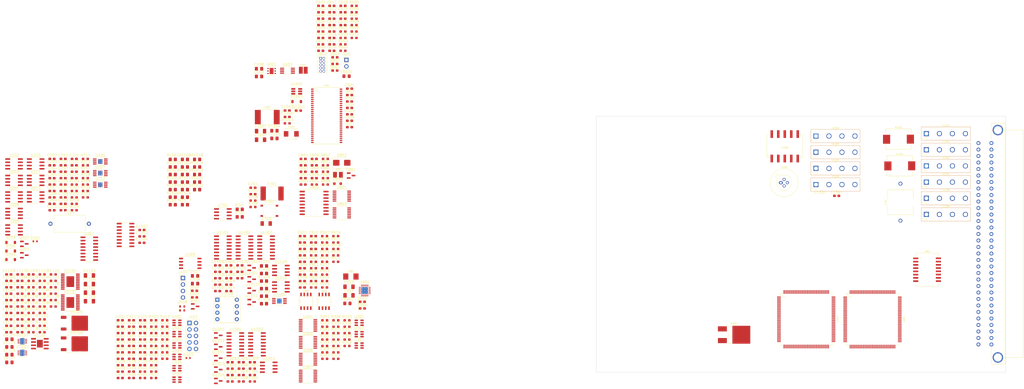
<source format=kicad_pcb>
(kicad_pcb (version 20221018) (generator pcbnew)
  (layers (0 "F.Cu" signal) (31 "B.Cu" signal) (34 "B.Paste" user) (35 "F.Paste" user) (36 "B.SilkS" user "B.Silkscreen") (37 "F.SilkS" user "F.Silkscreen") (38 "B.Mask" user) (39 "F.Mask" user) (44 "Edge.Cuts" user))
  (net 0 "")
  (net 1 "+18VF")
  (net 2 "AGNDF")
  (net 3 "-14VF")
  (net 4 "Net-(U208-+)")
  (net 5 "Net-(C214-Pad1)")
  (net 6 "Net-(U209--)")
  (net 7 "+5VF")
  (net 8 "Net-(D204-K)")
  (net 9 "Net-(D204-A)")
  (net 10 "Net-(C222-Pad1)")
  (net 11 "Net-(C222-Pad2)")
  (net 12 "+3.3VP")
  (net 13 "Net-(U213-V-)")
  (net 14 "+1V2")
  (net 15 "/FPGA/VCCPLL1")
  (net 16 "/FPGA/GNDPLL1")
  (net 17 "/FPGA/VCCPLL0")
  (net 18 "/FPGA/GNDPLL0")
  (net 19 "+3.3VF")
  (net 20 "Net-(U602-PH0,EVENTOUT,OSC_IN)")
  (net 21 "Net-(U602-PH1,EVENTOUT,OSC_OUT)")
  (net 22 "Net-(U602-VCAP_1)")
  (net 23 "Net-(U602-VCAP_2)")
  (net 24 "/MCU/MCU_VDDA")
  (net 25 "/MCU/NRST")
  (net 26 "-18VF")
  (net 27 "Net-(C705-Pad1)")
  (net 28 "+5V_TRIG")
  (net 29 "GND_TRIG")
  (net 30 "/Connector/EXT_TRIG")
  (net 31 "Net-(C809-Pad2)")
  (net 32 "Net-(U901-XTAL1{slash}CLKIN)")
  (net 33 "Net-(U901-VDDCR)")
  (net 34 "Net-(U901-XTAL2)")
  (net 35 "VCCQ")
  (net 36 "Earth")
  (net 37 "Net-(C914-Pad1)")
  (net 38 "Net-(D1003-K)")
  (net 39 "GNDPWR")
  (net 40 "Net-(U1002-+VIN)")
  (net 41 "+9V")
  (net 42 "Net-(U1102-SS)")
  (net 43 "Net-(U1102-EN)")
  (net 44 "Net-(D1101-K)")
  (net 45 "Net-(D1102-A)")
  (net 46 "THRM")
  (net 47 "Net-(U1104-VREF)")
  (net 48 "Net-(C1112-Pad1)")
  (net 49 "Net-(U1104-COMP1)")
  (net 50 "Net-(C1113-Pad1)")
  (net 51 "Net-(U1104-COMP2)")
  (net 52 "Net-(U1104-VREG)")
  (net 53 "Net-(U1104-PVIN1)")
  (net 54 "Net-(C1122-Pad1)")
  (net 55 "Net-(U1107-BYP1)")
  (net 56 "Net-(U1107-ADJ2)")
  (net 57 "Net-(U1107-BYP2)")
  (net 58 "Net-(U1303B--)")
  (net 59 "Net-(D1301-A)")
  (net 60 "GNDA")
  (net 61 "Net-(C1417-Pad1)")
  (net 62 "VDD")
  (net 63 "Net-(C1420-Pad1)")
  (net 64 "Net-(U1410-+)")
  (net 65 "Net-(C1501-Pad2)")
  (net 66 "Net-(D202-K)")
  (net 67 "Net-(D202-A)")
  (net 68 "Net-(D203-K)")
  (net 69 "Net-(D203-A)")
  (net 70 "Net-(D401-A)")
  (net 71 "Net-(D402-A)")
  (net 72 "Net-(D403-K)")
  (net 73 "Net-(D601-K)")
  (net 74 "Net-(D602-K)")
  (net 75 "Net-(D603-K)")
  (net 76 "Net-(D701-+)")
  (net 77 "/Input Protection/CURR")
  (net 78 "Net-(D801-A)")
  (net 79 "Net-(U803B-O)")
  (net 80 "Net-(D901-K)")
  (net 81 "Net-(D901-A)")
  (net 82 "Net-(D902-K)")
  (net 83 "Net-(D902-A)")
  (net 84 "Net-(D1001-K)")
  (net 85 "Net-(D1002-A)")
  (net 86 "Net-(D1003-A)")
  (net 87 "Net-(D1101-A)")
  (net 88 "/Connector/H")
  (net 89 "/Connector/I")
  (net 90 "+24V")
  (net 91 "Net-(J401-Pin_1)")
  (net 92 "Net-(J401-Pin_2)")
  (net 93 "Net-(J401-Pin_3)")
  (net 94 "Net-(J401-Pin_4)")
  (net 96 "/FPGA/iCE_Rx_TTL")
  (net 97 "/FPGA/iCE_Tx_TTL")
  (net 98 "/FPGA/iCE_CDONE")
  (net 99 "/FPGA/iCE_CRESET")
  (net 100 "/FPGA/iCE_MOSI")
  (net 101 "/FPGA/iCE_MISO")
  (net 102 "/FPGA/iCE_SCK")
  (net 103 "/FPGA/iCE_SS_B")
  (net 104 "/MCU/MCU_DEFAULT")
  (net 105 "/MCU/TMS_SWDIO")
  (net 106 "/MCU/TCK_SWCLK")
  (net 117 "/Connector/RX-")
  (net 118 "/Connector/RX+")
  (net 129 "/Connector/F")
  (net 130 "/Connector/E")
  (net 131 "/Connector/D")
  (net 132 "/Connector/B")
  (net 133 "/Connector/C")
  (net 134 "/Connector/A")
  (net 142 "/Connector/TX-")
  (net 143 "/Connector/TX+")
  (net 155 "/Connector/OUT_REL1")
  (net 156 "/Connector/OUT_REL2")
  (net 157 "/Connector/OUT_REL3")
  (net 158 "/Connector/OUT_REL0")
  (net 159 "/Connector/LS")
  (net 160 "/Connector/OUT_REL4")
  (net 161 "/Connector/HS")
  (net 162 "/Connector/OUT_REL5")
  (net 163 "Net-(K1502-Pad1)")
  (net 164 "/Measurement Select/MS_CTR3")
  (net 165 "Net-(K1502-Pad4)")
  (net 166 "/Measurement Select/MS_CTR2")
  (net 167 "Net-(K1503-Pad4)")
  (net 168 "/Measurement Select/MS_CTR1")
  (net 169 "Net-(K1504-Pad4)")
  (net 170 "/Measurement Select/MS_CTR0")
  (net 171 "Net-(K1505-Pad4)")
  (net 172 "Net-(K1506-Pad2)")
  (net 173 "Net-(K1506-Pad4)")
  (net 179 "/Measurement Select/MS_CTR4")
  (net 180 "Net-(L801-Pad2)")
  (net 181 "Net-(L901-TX+)")
  (net 182 "Net-(L901-CTX)")
  (net 183 "Net-(L901-TX-)")
  (net 184 "Net-(L901-RX+)")
  (net 185 "Net-(L901-CRX)")
  (net 186 "Net-(L901-RX-)")
  (net 187 "/Ethernet/ETH_RXN")
  (net 188 "/Ethernet/ETH_RXP")
  (net 189 "/Ethernet/ETH_TXN")
  (net 190 "/Ethernet/ETH_TXP")
  (net 191 "Net-(Q202-E)")
  (net 192 "Net-(Q203-B)")
  (net 193 "Net-(Q401-B)")
  (net 194 "/ADC/FPGA_AD_RFS")
  (net 195 "Net-(Q1001-G)")
  (net 196 "Net-(Q1301-D)")
  (net 197 "Net-(Q1301-S)")
  (net 198 "Net-(Q1301-G)")
  (net 199 "Net-(Q1303-B)")
  (net 200 "Net-(D1302-A)")
  (net 201 "Net-(Q1304-B)")
  (net 202 "Net-(Q1304-C)")
  (net 203 "Net-(Q1305-B)")
  (net 204 "Net-(Q1314-B)")
  (net 205 "Net-(Q1401-B)")
  (net 206 "VCC")
  (net 207 "Net-(Q1402-B)")
  (net 208 "Net-(U210-+)")
  (net 209 "Net-(U209-V+)")
  (net 210 "Net-(U209-V-)")
  (net 211 "Net-(U211-V+)")
  (net 212 "Net-(U211-V-)")
  (net 214 "Net-(R215-Pad1)")
  (net 215 "Net-(U303-A)")
  (net 216 "Net-(U306-QA)")
  (net 217 "/Front End/FE_CTR0")
  (net 218 "Net-(U306-QB)")
  (net 219 "/Front End/FE_CTR1")
  (net 220 "Net-(U306-QC)")
  (net 221 "/Front End/FE_CTR2")
  (net 222 "Net-(U306-QD)")
  (net 223 "/Front End/FE_CTR3")
  (net 224 "Net-(U306-QE)")
  (net 225 "/Front End/FE_CTR4")
  (net 226 "Net-(U306-QF)")
  (net 227 "/Front End/FE_CTR5")
  (net 228 "Net-(U306-QG)")
  (net 229 "/Front End/FE_CTR6")
  (net 230 "Net-(U306-QH)")
  (net 231 "/Front End/FE_CTR7")
  (net 232 "Net-(U307-QB)")
  (net 233 "/Current Source/OHMC0")
  (net 234 "Net-(U307-QC)")
  (net 235 "/Current Source/OHMC1")
  (net 236 "Net-(U307-QD)")
  (net 237 "/Current Source/OHMC2")
  (net 238 "Net-(U307-QE)")
  (net 239 "/Current Source/OHMC3")
  (net 240 "Net-(U305-QA)")
  (net 241 "Net-(U305-QB)")
  (net 242 "Net-(U305-QC)")
  (net 243 "Net-(U305-QD)")
  (net 244 "Net-(U305-QE)")
  (net 245 "Net-(U307-QA)")
  (net 246 "/Front End/FE_CTR8")
  (net 247 "Net-(U403D-IOL_2A)")
  (net 248 "Net-(U403A-IOT_168)")
  (net 249 "/FPGA/AD_VRH")
  (net 250 "Net-(U403A-IOT_172)")
  (net 251 "/FPGA/AD_IRN")
  (net 252 "Net-(U403A-IOT_181)")
  (net 253 "/FPGA/AD_IRP")
  (net 254 "Net-(U403A-IOT_206)")
  (net 255 "/FPGA/AD_IIN")
  (net 256 "Net-(U403A-IOT_214)")
  (net 257 "/FPGA/AD_ID")
  (net 258 "Net-(U403C-IOB_56)")
  (net 259 "Net-(U407-DIR)")
  (net 260 "Net-(U403C-IOB_57)")
  (net 261 "/FPGA/100MHZ")
  (net 262 "Net-(U408-Out)")
  (net 263 "Net-(U409-W#{slash}DQ2)")
  (net 264 "Net-(U409-DQ3{slash}HOLD#)")
  (net 265 "/MCU/SENS_SCL")
  (net 266 "/MCU/SENS_SDA")
  (net 267 "Net-(U602-PC13,EVENTOUT,RTC_TAMP2,RTC_TS,WKUP5)")
  (net 268 "Net-(U602-PC14,EVENTOUT,OSC32_IN)")
  (net 269 "Net-(U602-PC15,EVENTOUT,OSC32_OUT)")
  (net 270 "/MCU/EEPROM_SDA")
  (net 271 "/MCU/EEPROM_SCL")
  (net 272 "Net-(U602-BOOT0)")
  (net 273 "Net-(R701-Pad2)")
  (net 274 "Net-(R702-Pad2)")
  (net 275 "Net-(U701-+)")
  (net 276 "Net-(U701--)")
  (net 277 "Net-(U801-OE)")
  (net 278 "/Trigger/EXT_TRIG_SIGN")
  (net 279 "Net-(U803A-D)")
  (net 280 "/Ethernet/MODE0")
  (net 281 "/Ethernet/RMII_RXD0")
  (net 282 "/Ethernet/MODE1")
  (net 283 "/Ethernet/RMII_RXD1")
  (net 284 "Net-(U901-RXER{slash}PHYAD0)")
  (net 285 "/Ethernet/MODE2")
  (net 286 "/Ethernet/RMII_CRS_DV")
  (net 287 "/Ethernet/REFCLK0")
  (net 288 "/Ethernet/REF_CLK")
  (net 289 "/Ethernet/RMII_MDIO")
  (net 290 "Net-(U901-RBIAS)")
  (net 291 "Net-(U1102-SENSE{slash}ADJ)")
  (net 292 "Net-(R1102-Pad2)")
  (net 293 "Net-(U1101-ADJ)")
  (net 294 "Net-(R1106-Pad1)")
  (net 295 "Net-(R1110-Pad2)")
  (net 296 "Net-(U1103-ADJ)")
  (net 297 "Net-(U1104-FB1)")
  (net 298 "Net-(R1114-Pad2)")
  (net 299 "Net-(U1104-FB2)")
  (net 300 "Net-(R1117-Pad2)")
  (net 301 "Net-(U1104-EN1)")
  (net 302 "Net-(U1104-EN2)")
  (net 303 "Net-(U1107-PWRGD2)")
  (net 304 "Net-(U1107-PWRGD1)")
  (net 305 "Net-(U1107-ADJ1)")
  (net 306 "Net-(D1301-K)")
  (net 307 "Net-(U1411-REF)")
  (net 308 "Net-(U1412-REF)")
  (net 309 "Net-(U1410--)")
  (net 310 "Net-(R1501-Pad1)")
  (net 311 "Net-(R1502-Pad1)")
  (net 312 "Net-(R1503-Pad1)")
  (net 313 "Net-(R1504-Pad1)")
  (net 314 "Net-(R1505-Pad1)")
  (net 315 "Net-(R1506-Pad1)")
  (net 316 "Net-(R1507-Pad1)")
  (net 317 "Net-(R1508-Pad1)")
  (net 318 "Net-(L1501-Pad2)")
  (net 319 "Net-(R1515-Pad1)")
  (net 320 "Net-(R1516-Pad1)")
  (net 321 "Net-(R1517-Pad1)")
  (net 322 "Net-(R1518-Pad1)")
  (net 323 "Net-(R1519-Pad1)")
  (net 324 "Net-(R1520-Pad1)")
  (net 325 "Net-(R1521-Pad1)")
  (net 326 "/ADC/FGPA_AD_IIN")
  (net 327 "Net-(U201-Pad2)")
  (net 328 "Net-(U201-Pad6)")
  (net 329 "/ADC/FGPA_AD_IRN")
  (net 330 "/ADC/FGPA_AD_IRP")
  (net 331 "Net-(U201-Pad11)")
  (net 332 "/ADC/FGPA_AD_ID")
  (net 333 "/ADC/VREF-")
  (net 334 "Net-(U202A-+)")
  (net 335 "Net-(U202B--)")
  (net 336 "/ADC/VREF+")
  (net 337 "Net-(U203-Pad2)")
  (net 338 "/ADC/FPGA_SW_VRH")
  (net 339 "/ADC/VREF_-7V")
  (net 345 "Net-(U205-Pad1)")
  (net 346 "/ADC/ADIN")
  (net 347 "Net-(U207-Pad1)")
  (net 348 "Net-(U207-Pad2)")
  (net 356 "Net-(U210--)")
  (net 360 "Net-(U213-+)")
  (net 361 "Net-(U213--)")
  (net 362 "Net-(U213-BAL)")
  (net 364 "/ADC/AD_COMP")
  (net 365 "Net-(U301-A)")
  (net 366 "/MCU/SPI4_MOSI")
  (net 367 "Net-(U302-A)")
  (net 368 "/MCU/SPI4_SCK")
  (net 369 "/MCU/SPI4_NSS")
  (net 372 "Net-(U304-QH')")
  (net 373 "/Measurement Select/MS_CTR5")
  (net 374 "/Measurement Select/MS_CTR6")
  (net 375 "/Measurement Select/MS_CTR7")
  (net 376 "Net-(U305-QH')")
  (net 377 "Net-(U306-QH')")
  (net 382 "/FPGA/COMP")
  (net 405 "/FPGA/FPGA_SPI3_NSS")
  (net 406 "/FPGA/FPGA_SPI3_SCK")
  (net 407 "/FPGA/FPGA_SPI3_MISO")
  (net 408 "/FPGA/FPGA_SPI3_MOSI")
  (net 409 "/FPGA/FPGA_IO3")
  (net 411 "/FPGA/FPGA_IO1")
  (net 412 "/FPGA/FPGA_IO2")
  (net 424 "/FPGA/FPGA_UART2_TX_TTL")
  (net 425 "/FPGA/FPGA_UART2_RX_TTL")
  (net 426 "/FPGA/FPGA_UART2_CTRL_TTL")
  (net 478 "/MCU/D14")
  (net 480 "/MCU/A3")
  (net 481 "/MCU/~{CAS}")
  (net 482 "/MCU/D0")
  (net 483 "/MCU/D1")
  (net 484 "/MCU/D2")
  (net 485 "/MCU/D3")
  (net 486 "/MCU/D4")
  (net 487 "/MCU/D5")
  (net 488 "/MCU/D6")
  (net 489 "/MCU/D7")
  (net 490 "/MCU/LDQM")
  (net 491 "/MCU/~{WE}")
  (net 492 "/MCU/~{RAS}")
  (net 493 "/MCU/~{CS}")
  (net 494 "/MCU/BA0")
  (net 495 "/MCU/BA1")
  (net 496 "/MCU/A10")
  (net 497 "/MCU/A0")
  (net 498 "/MCU/A1")
  (net 499 "/MCU/A2")
  (net 500 "/MCU/A4")
  (net 501 "/MCU/A5")
  (net 502 "/MCU/A6")
  (net 503 "/MCU/A7")
  (net 504 "/MCU/A8")
  (net 505 "/MCU/A9")
  (net 506 "/MCU/A11")
  (net 507 "/MCU/A12")
  (net 508 "/MCU/CKE")
  (net 509 "/MCU/CLK")
  (net 510 "/MCU/UDQM")
  (net 511 "/MCU/D8")
  (net 512 "/MCU/D9")
  (net 513 "/MCU/D10")
  (net 514 "/MCU/D11")
  (net 515 "/MCU/D12")
  (net 516 "/MCU/D13")
  (net 517 "/MCU/D15")
  (net 526 "/Ethernet/RMII_TXD1")
  (net 527 "/Ethernet/RMII_TXD0")
  (net 529 "/Ethernet/RMII_TXEN")
  (net 542 "/MCU/EEPROM_WP")
  (net 544 "/MCU/TRIG_EN")
  (net 545 "/MCU/TRIG_OUT")
  (net 546 "/MCU/TRIG_IN")
  (net 558 "/Ethernet/RMII_MDC")
  (net 573 "Net-(U801-B3)")
  (net 574 "Net-(U801-B2)")
  (net 575 "Net-(U801-B1)")
  (net 579 "/Trigger/TRIG_OUT_SIGN")
  (net 580 "/Trigger/TRIG_OUT_EN")
  (net 590 "Net-(U1001-ON{slash}~{OFF})")
  (net 593 "Net-(U1104-INBK)")
  (net 597 "Net-(D1102-K)")
  (net 598 "Net-(RN1301-R6.2)")
  (net 599 "Net-(U1303A--)")
  (net 600 "Net-(RN1301-R10.1)")
  (net 601 "Net-(Q1302-S)")
  (net 602 "Net-(RN1301-R1.1)")
  (net 603 "Net-(R1301-Pad1)")
  (net 604 "Net-(U1301-Pad15)")
  (net 605 "/Front End/VOLT")
  (net 606 "Net-(R1422-Pad2)")
  (net 607 "Net-(U1401-Pad7)")
  (net 608 "/Front End/LO_SENSE")
  (net 609 "Net-(R1401-Pad1)")
  (net 610 "Net-(U1408--)")
  (net 611 "Net-(U1402-Pad6)")
  (net 612 "Net-(U1404C-R3.1)")
  (net 613 "Net-(R1402-Pad2)")
  (net 614 "Net-(R1430-Pad2)")
  (net 615 "Net-(U1404D-R4.2)")
  (net 616 "Net-(U1404B-R2.2)")
  (net 617 "Net-(U1408-+)")
  (net 619 "Net-(U1409-+)")
  (net 626 "/Measurement Select/VDC_HI")
  (net 627 "Net-(U1501-Pad6)")
  (net 628 "Net-(R1514-Pad2)")
  (net 629 "Net-(R1523-Pad2)")
  (footprint "Resistor_SMD:R_0603_1608Metric_Pad0.98x0.95mm_HandSolder" (layer "F.Cu") (at -93.041 142.268)
    (fp_text reference "R408")
    (fp_text value "1k")
  )
  (footprint "Capacitor_SMD:C_0603_1608Metric_Pad1.08x0.95mm_HandSolder" (layer "F.Cu") (at -128.431 66.638)
    (fp_text reference "C211")
    (fp_text value "100n")
  )
  (footprint "Capacitor_SMD:C_0603_1608Metric_Pad1.08x0.95mm_HandSolder" (layer "F.Cu") (at -145.331 114.318)
    (fp_text reference "C1118")
    (fp_text value "1u")
  )
  (footprint "Diode_SMD:D_SOD-323_HandSoldering" (layer "F.Cu") (at -21.156 76.318)
    (fp_text reference "D803")
    (fp_text value "SD36C-01FTG")
  )
  (footprint "Capacitor_SMD:C_0603_1608Metric_Pad1.08x0.95mm_HandSolder" (layer "F.Cu") (at -30.251 66.638)
    (fp_text reference "C806")
    (fp_text value "100n")
  )
  (footprint "Package_SO:SOIC-16_3.9x9.9mm_P1.27mm" (layer "F.Cu") (at -104.041 96.388)
    (fp_text reference "U1501")
    (fp_text value "DG211DY+")
  )
  (footprint "Resistor_SMD:R_0603_1608Metric_Pad0.98x0.95mm_HandSolder" (layer "F.Cu") (at -88.691 144.778)
    (fp_text reference "R419")
    (fp_text value "4k7")
  )
  (footprint "Resistor_SMD:R_0603_1608Metric_Pad0.98x0.95mm_HandSolder" (layer "F.Cu") (at -119.731 74.168)
    (fp_text reference "R218")
    (fp_text value "10")
  )
  (footprint "Resistor_SMD:R_0603_1608Metric_Pad0.98x0.95mm_HandSolder" (layer "F.Cu") (at -140.981 126.868)
    (fp_text reference "R1107")
    (fp_text value "6k2")
  )
  (footprint "Resistor_SMD:R_0603_1608Metric_Pad0.98x0.95mm_HandSolder" (layer "F.Cu") (at -132.281 121.848)
    (fp_text reference "R1128")
    (fp_text value "100")
  )
  (footprint "Capacitor_SMD:C_0603_1608Metric_Pad1.08x0.95mm_HandSolder" (layer "F.Cu") (at -23.381 19.358)
    (fp_text reference "C616")
    (fp_text value "100n")
  )
  (footprint "Resistor_SMD:R_0805_2012Metric_Pad1.20x1.40mm_HandSolder" (layer "F.Cu") (at -59.401 86.368)
    (fp_text reference "R701")
    (fp_text value "24k/200V/.5W/.25%")
  )
  (footprint "Capacitor_SMD:C_0603_1608Metric_Pad1.08x0.95mm_HandSolder" (layer "F.Cu") (at -34.911 101.848)
    (fp_text reference "C903")
    (fp_text value "470p")
  )
  (footprint "Package_TO_SOT_SMD:SOT-23-6" (layer "F.Cu") (at -12.711 135.158)
    (fp_text reference "U302")
    (fp_text value "SN74LVC1T45DBV")
  )
  (footprint "Capacitor_SMD:C_0805_2012Metric_Pad1.18x1.45mm_HandSolder" (layer "F.Cu") (at -149.451 140.168)
    (fp_text reference "C1125")
    (fp_text value "4u7")
  )
  (footprint "Resistor_SMD:R_0603_1608Metric_Pad0.98x0.95mm_HandSolder" (layer "F.Cu") (at -17.461 132.248)
    (fp_text reference "R316")
    (fp_text value "680")
  )
  (footprint "Resistor_SMD:R_0603_1608Metric_Pad0.98x0.95mm_HandSolder" (layer "F.Cu") (at -21.811 132.248)
    (fp_text reference "R309")
    (fp_text value "680")
  )
  (footprint "Package_TO_SOT_SMD:SOT-23" (layer "F.Cu") (at -54.731 113.698)
    (fp_text reference "Q1402")
    (fp_text value "BC857")
  )
  (footprint "Resistor_SMD:R_0805_2012Metric_Pad1.20x1.40mm_HandSolder" (layer "F.Cu") (at -85.571 75.708)
    (fp_text reference "R1504")
    (fp_text value "1M")
  )
  (footprint "Resistor_SMD:R_0603_1608Metric_Pad0.98x0.95mm_HandSolder" (layer "F.Cu") (at -26.211 96.828)
    (fp_text reference "R907")
    (fp_text value "10k")
  )
  (footprint "Capacitor_SMD:C_1206_3216Metric_Pad1.33x1.80mm_HandSolder" (layer "F.Cu") (at -16.681 116.638)
    (fp_text reference "C913")
    (fp_text value "1n/1kV")
  )
  (footprint "ETH1CDMM2:GDT" (layer "F.Cu") (at 198.882 83.566 90)
    (fp_text reference "E701")
    (fp_text value "CG3-1.5L")
  )
  (footprint "Inductor_SMD:L_0805_2012Metric_Pad1.15x1.40mm_HandSolder" (layer "F.Cu") (at -17.641 34.308)
    (fp_text reference "FB601")
    (fp_text value "742792031")
  )
  (footprint "ETH1CDMM2:SA" (layer "F.Cu") (at 153.67 61.722)
    (fp_text reference "K1506")
    (fp_text value "TQ2SA-5V")
  )
  (footprint "Resistor_SMD:R_0603_1608Metric_Pad0.98x0.95mm_HandSolder" (layer "F.Cu") (at -93.041 144.778)
    (fp_text reference "R409")
    (fp_text value "1k")
  )
  (footprint "Capacitor_SMD:C_0603_1608Metric_Pad1.08x0.95mm_HandSolder" (layer "F.Cu") (at -63.701 118.318)
    (fp_text reference "C1410")
    (fp_text value "100n")
  )
  (footprint "Package_SO:TSSOP-14_4.4x5mm_P0.65mm" (layer "F.Cu") (at -19.491 87.758)
    (fp_text reference "U803")
    (fp_text value "MC74AC125DTR2G")
  )
  (footprint "Package_TO_SOT_SMD:SOT-23" (layer "F.Cu") (at -54.731 122.598)
    (fp_text reference "U1412")
    (fp_text value "TL431DBZ")
  )
  (footprint "Capacitor_SMD:C_0603_1608Metric_Pad1.08x0.95mm_HandSolder" (layer "F.Cu") (at -97.391 137.248)
    (fp_text reference "C424")
    (fp_text value "100n")
  )
  (footprint "Capacitor_SMD:C_0805_2012Metric_Pad1.18x1.45mm_HandSolder" (layer "F.Cu") (at -76.861 115.398)
    (fp_text reference "C429")
    (fp_text value "10u")
  )
  (footprint "Resistor_SMD:R_0603_1608Metric_Pad0.98x0.95mm_HandSolder" (layer "F.Cu") (at -132.281 119.338)
    (fp_text reference "R1127")
    (fp_text value "210k")
  )
  (footprint "Capacitor_SMD:C_1206_3216Metric_Pad1.33x1.80mm_HandSolder" (layer "F.Cu") (at -51.251 59.148)
    (fp_text reference "C1002")
    (fp_text value "4u7/50V")
  )
  (footprint "Package_SO:SOIC-16_3.9x9.9mm_P1.27mm" (layer "F.Cu") (at -66.001 101.298)
    (fp_text reference "U1401")
    (fp_text value "DG211DY+")
  )
  (footprint "Package_SO:SOIC-8_3.9x4.9mm_P1.27mm" (layer "F.Cu") (at -139.181 81.508)
    (fp_text reference "U213")
    (fp_text value "LM311DR")
  )
  (footprint "Resistor_SMD:R_0805_2012Metric_Pad1.20x1.40mm_HandSolder" (layer "F.Cu") (at -49.911 111.448)
    (fp_text reference "R1425")
    (fp_text value "12k")
  )
  (footprint "Resistor_SMD:R_0603_1608Metric_Pad0.98x0.95mm_HandSolder" (layer "F.Cu") (at -21.861 96.828)
    (fp_text reference "R916")
    (fp_text value "49R9")
  )
  (footprint "Capacitor_SMD:C_0603_1608Metric_Pad1.08x0.95mm_HandSolder" (layer "F.Cu") (at -128.431 71.658)
    (fp_text reference "C213")
    (fp_text value "100n")
  )
  (footprint "Capacitor_SMD:C_1206_3216Metric_Pad1.33x1.80mm_HandSolder" (layer "F.Cu") (at -118.151 118.928)
    (fp_text reference "C1107")
    (fp_text value "1u/35V")
  )
  (footprint "Capacitor_SMD:C_0603_1608Metric_Pad1.08x0.95mm_HandSolder" (layer "F.Cu") (at -34.601 74.168)
    (fp_text reference "C804")
    (fp_text value "100n")
  )
  (footprint "Package_SO:MSOP-8-1EP_3x3mm_P0.65mm_EP1.73x1.85mm_ThermalVias" (layer "F.Cu") (at -113.911 72.208)
    (fp_text reference "U207")
    (fp_text value "LT5400-5k-1k")
  )
  (footprint "Package_SO:TSSOP-16_4.4x5mm_P0.65mm" (layer "F.Cu") (at -32.711 144.958)
    (fp_text reference "U306")
    (fp_text value "74HCT595PW")
  )
  (footprint "Capacitor_SMD:C_0603_1608Metric_Pad1.08x0.95mm_HandSolder" (layer "F.Cu") (at -23.381 14.338)
    (fp_text reference "C614")
    (fp_text value "100n")
  )
  (footprint "Capacitor_SMD:C_0603_1608Metric_Pad1.08x0.95mm_HandSolder" (layer "F.Cu") (at -124.081 74.168)
    (fp_text reference "C224")
    (fp_text value "100n")
  )
  (footprint "Resistor_SMD:R_0603_1608Metric_Pad0.98x0.95mm_HandSolder" (layer "F.Cu") (at -136.631 116.828)
    (fp_text reference "R1115")
    (fp_text value "39k")
  )
  (footprint "Capacitor_SMD:C_0603_1608Metric_Pad1.08x0.95mm_HandSolder" (layer "F.Cu") (at -145.331 111.808)
    (fp_text reference "C1117")
    (fp_text value "1u")
  )
  (footprint "ETH1CDMM2:TSSOP-54" (layer "F.Cu") (at -25.413 49.786)
    (fp_text reference "U501")
    (fp_text value "MT48LC16M16A2P-6A")
  )
  (footprint "Resistor_SMD:R_0603_1608Metric_Pad0.98x0.95mm_HandSolder" (layer "F.Cu") (at -124.081 81.698)
    (fp_text reference "R207")
    (fp_text value "120k")
  )
  (footprint "Resistor_SMD:R_0805_2012Metric_Pad1.20x1.40mm_HandSolder" (layer "F.Cu") (at -76.071 78.658)
    (fp_text reference "R1522")
    (fp_text value "13k")
  )
  (footprint "Capacitor_SMD:C_0603_1608Metric_Pad1.08x0.95mm_HandSolder" (layer "F.Cu") (at -132.781 69.148)
    (fp_text reference "C203")
    (fp_text value "100n")
  )
  (footprint "Capacitor_SMD:C_0603_1608Metric_Pad1.08x0.95mm_HandSolder" (layer "F.Cu") (at -59.351 110.788)
    (fp_text reference "C1420")
    (fp_text value "100n")
  )
  (footprint "Resistor_SMD:R_0603_1608Metric_Pad0.98x0.95mm_HandSolder" (layer "F.Cu") (at -17.461 137.268)
    (fp_text reference "R318")
    (fp_text value "680")
  )
  (footprint "Capacitor_SMD:C_0603_1608Metric_Pad1.08x0.95mm_HandSolder" (layer "F.Cu") (at -97.391 139.758)
    (fp_text reference "C425")
    (fp_text value "100n")
  )
  (footprint "Resistor_SMD:R_0603_1608Metric_Pad0.98x0.95mm_HandSolder" (layer "F.Cu") (at -26.211 104.358)
    (fp_text reference "R910")
    (fp_text value "1k5")
  )
  (footprint "Resistor_SMD:R_0603_1608Metric_Pad0.98x0.95mm_HandSolder" (layer "F.Cu") (at -136.631 114.318)
    (fp_text reference "R1114")
    (fp_text value "62k")
  )
  (footprint "Package_SO:SOIC-16_3.9x9.9mm_P1.27mm" (layer "F.Cu") (at -49.101 101.298)
    (fp_text reference "U1403")
    (fp_text value "DG211DY+")
  )
  (footprint "Package_SO:MSOP-8-1EP_3x3mm_P0.65mm_EP1.73x1.85mm_ThermalVias" (layer "F.Cu") (at -113.911 67.658)
    (fp_text reference "U205")
    (fp_text value "LT5400-100k-100k")
  )
  (footprint "Capacitor_SMD:C_0805_2012Metric_Pad1.18x1.45mm_HandSolder" (layer "F.Cu") (at -45.841 58.638)
    (fp_text reference "C1005")
    (fp_text value "1n/3kV")
  )
  (footprint "Capacitor_SMD:C_0603_1608Metric_Pad1.08x0.95mm_HandSolder" (layer "F.Cu") (at -68.051 118.318)
    (fp_text reference "C1405")
    (fp_text value "100n")
  )
  (footprint "ETH1CDMM2:Fuse_SMD2920" (layer "F.Cu") (at -48.631 50.298)
    (fp_text reference "F1001")
    (fp_text value "MF-LSMF185/33X")
  )
  (footprint "Resistor_SMD:R_0805_2012Metric_Pad1.20x1.40mm_HandSolder" (layer "F.Cu") (at -80.821 78.658)
    (fp_text reference "R1515")
    (fp_text value "13k")
  )
  (footprint "ETH1CDMM2:SO8E" (layer "F.Cu") (at -33.526 122.323)
    (fp_text reference "U902")
    (fp_text value "LC03-3.3")
  )
  (footprint "Capacitor_SMD:C_1206_3216Metric_Pad1.33x1.80mm_HandSolder" (layer "F.Cu") (at -118.151 122.278)
    (fp_text reference "C1108")
    (fp_text value "10u/35V")
  )
  (footprint "Capacitor_SMD:C_0603_1608Metric_Pad1.08x0.95mm_HandSolder" (layer "F.Cu") (at -34.601 66.638)
    (fp_text reference "C801")
    (fp_text value "100n")
  )
  (footprint "Resistor_SMD:R_0603_1608Metric_Pad0.98x0.95mm_HandSolder" (layer "F.Cu") (at -30.251 76.678)
    (fp_text reference "R801")
    (fp_text value "10k")
  )
  (footprint "Capacitor_SMD:C_0603_1608Metric_Pad1.08x0.95mm_HandSolder" (layer "F.Cu") (at -63.161 153.658)
    (fp_text reference "C1304")
    (fp_text value "100n")
  )
  (footprint "Capacitor_SMD:C_0603_1608Metric_Pad1.08x0.95mm_HandSolder" (layer "F.Cu") (at -30.251 71.658)
    (fp_text reference "C808")
    (fp_text value "100n")
  )
  (footprint "Capacitor_SMD:C_0603_1608Metric_Pad1.08x0.95mm_HandSolder" (layer "F.Cu") (at -149.681 124.358)
    (fp_text reference "C1112")
    (fp_text value "47n")
  )
  (footprint "Package_SO:SOIC-8_3.9x4.9mm_P1.27mm" (layer "F.Cu") (at -147.631 68.608)
    (fp_text reference "U202")
    (fp_text value "OPA2192ID")
  )
  (footprint "Package_TO_SOT_SMD:SOT-23-6" (layer "F.Cu") (at -83.941 144.038)
    (fp_text reference "U405")
    (fp_text value "SN74LVC1T45DBV")
  )
  (footprint "Capacitor_SMD:C_0805_2012Metric_Pad1.18x1.45mm_HandSolder" (layer "F.Cu") (at -149.451 137.158)
    (fp_text reference "C1124")
    (fp_text value "10u")
  )
  (footprint "Capacitor_SMD:C_0603_1608Metric_Pad1.08x0.95mm_HandSolder" (layer "F.Cu") (at -23.381 24.378)
    (fp_text reference "C618")
    (fp_text value "100n")
  )
  (footprint "Resistor_SMD:R_0805_2012Metric_Pad1.20x1.40mm_HandSolder" (layer "F.Cu") (at -49.911 108.498)
    (fp_text reference "R1424")
    (fp_text value "12k")
  )
  (footprint "Package_DFN_QFN:DFN-8-1EP_3x3mm_P0.5mm_EP1.65x2.38mm_ThermalVias" (layer "F.Cu") (at -144.401 137.928)
    (fp_text reference "U1101")
    (fp_text value "ADP7182ACPZ")
  )
  (footprint "Resistor_SMD:R_0603_1608Metric_Pad0.98x0.95mm_HandSolder" (layer "F.Cu") (at -140.981 114.318)
    (fp_text reference "R1101")
    (fp_text value "620k")
  )
  (footprint "Package_TO_SOT_SMD:SOT-23" (layer "F.Cu") (at -67.781 135.648)
    (fp_text reference "Q1301")
    (fp_text value "MMBFJ110")
  )
  (footprint "Package_SO:MSOP-8-1EP_3x3mm_P0.65mm_EP1.73x1.85mm_ThermalVias" (layer "F.Cu") (at -43.891 122.198)
    (fp_text reference "U1404")
    (fp_text value "LT5400-8")
  )
  (footprint "Package_SO:ETSSOP-20-1EP_4.4x6.5mm_P0.65mm_EP3x4.2mm" (layer "F.Cu") (at -125.631 114.628)
    (fp_text reference "U1104")
    (fp_text value "ADP5070AREZ")
  )
  (footprint "ETH1CDMM2:749010012A" (layer "F.Cu") (at 209.296 109.982)
    (fp_text reference "L901")
    (fp_text value "749010012A")
  )
  (footprint "Capacitor_SMD:C_0603_1608Metric_Pad1.08x0.95mm_HandSolder" (layer "F.Cu") (at -34.911 106.868)
    (fp_text reference "C905")
    (fp_text value "100n")
  )
  (footprint "Package_TO_SOT_SMD:SOT-23-6" (layer "F.Cu") (at -83.941 152.938)
    (fp_text reference "U407")
    (fp_text value "SN74LVC1T45DBV")
  )
  (footprint "Resistor_SMD:R_0603_1608Metric_Pad0.98x0.95mm_HandSolder" (layer "F.Cu") (at -30.561 106.868)
    (fp_text reference "R902")
    (fp_text value "33")
  )
  (footprint "Capacitor_SMD:C_0603_1608Metric_Pad1.08x0.95mm_HandSolder" (layer "F.Cu") (at -106.091 139.758)
    (fp_text reference "C405")
    (fp_text value "100n")
  )
  (footprint "Resistor_SMD:R_0603_1608Metric_Pad0.98x0.95mm_HandSolder" (layer "F.Cu") (at -19.031 24.378)
    (fp_text reference "R604")
    (fp_text value "680")
  )
  (footprint "Resistor_SMD:R_0603_1608Metric_Pad0.98x0.95mm_HandSolder" (layer "F.Cu") (at -136.631 121.848)
    (fp_text reference "R1117")
    (fp_text value "120k")
  )
  (footprint "Resistor_SMD:R_0603_1608Metric_Pad0.98x0.95mm_HandSolder" (layer "F.Cu") (at -19.031 21.868)
    (fp_text reference "R603")
    (fp_text value "4k7")
  )
  (footprint "Capacitor_SMD:C_0603_1608Metric_Pad1.08x0.95mm_HandSolder" (layer "F.Cu") (at -27.731 19.358)
    (fp_text reference "C606")
    (fp_text value "100n")
  )
  (footprint "ETH1CDMM2:HE360_x-5050462-8" (layer "F.Cu") (at 216.662 88.362)
    (fp_text reference "K1206")
    (fp_text value "HE3621A0510")
  )
  (footprint "Resistor_SMD:R_0603_1608Metric_Pad0.98x0.95mm_HandSolder" (layer "F.Cu") (at -88.691 132.228)
    (fp_text reference "R414")
    (fp_text value "4k7")
  )
  (footprint "Package_SO:SOIC-8-1EP_3.9x4.9mm_P1.27mm_EP2.29x3mm" (layer "F.Cu") (at -137.531 138.878)
    (fp_text reference "U1102")
    (fp_text value "ADP7142ARDZ")
  )
  (footprint "Package_TO_SOT_SMD:SOT-23" (layer "F.Cu") (at -67.781 140.098)
    (fp_text reference "Q1303")
    (fp_text value "BC857")
  )
  (footprint "Capacitor_SMD:C_0603_1608Metric_Pad1.08x0.95mm_HandSolder" (layer "F.Cu") (at -97.391 147.288)
    (fp_text reference "C430")
    (fp_text value "100n")
  )
  (footprint "Resistor_SMD:R_0603_1608Metric_Pad0.98x0.95mm_HandSolder" (layer "F.Cu") (at -25.901 69.148)
    (fp_text reference "R803")
    (fp_text value "100")
  )
  (footprint "Capacitor_SMD:C_0603_1608Metric_Pad1.08x0.95mm_HandSolder" (layer "F.Cu") (at -132.781 74.168)
    (fp_text reference "C205")
    (fp_text value "100n")
  )
  (footprint "Package_TO_SOT_SMD:SOT-23" (layer "F.Cu") (at -67.781 148.998)
    (fp_text reference "Q1313")
    (fp_text value "MMBF4117A")
  )
  (footprint "Package_SO:MSOP-8-1EP_3x3mm_P0.65mm_EP1.73x1.85mm_ThermalVias" (layer "F.Cu") (at -113.911 76.758)
    (fp_text reference "U212")
    (fp_text value "LT5400-10k-10k")
  )
  (footprint "LED_SMD:LED_0603_1608Metric_Pad1.05x0.95mm_HandSolder" (layer "F.Cu") (at -11.456 122.508)
    (fp_text reference "D901")
    (fp_text value "YELLOW")
  )
  (footprint "Resistor_SMD:R_0805_2012Metric_Pad1.20x1.40mm_HandSolder" (layer "F.Cu") (at -85.571 69.808)
    (fp_text reference "R1502")
    (fp_text value "1M")
  )
  (footprint "Capacitor_SMD:C_0603_1608Metric_Pad1.08x0.95mm_HandSolder" (layer "F.Cu") (at -58.811 146.128)
    (fp_text reference "C1305")
    (fp_text value "100n")
  )
  (footprint "Capacitor_SMD:C_0603_1608Metric_Pad1.08x0.95mm_HandSolder" (layer "F.Cu") (at -132.781 76.678)
    (fp_text reference "C206")
    (fp_text value "100n")
  )
  (footprint "Capacitor_SMD:C_0603_1608Metric_Pad1.08x0.95mm_HandSolder" (layer "F.Cu") (at -106.091 129.718)
    (fp_text reference "C401")
    (fp_text value "100n")
  )
  (footprint "Capacitor_SMD:C_1206_3216Metric_Pad1.33x1.80mm_HandSolder" (layer "F.Cu") (at -118.151 115.578)
    (fp_text reference "C1106")
    (fp_text value "10u/35V")
  )
  (footprint "LED_SMD:LED_0603_1608Metric_Pad1.05x0.95mm_HandSolder" (layer "F.Cu") (at -77.046 120.788)
    (fp_text reference "D402")
    (fp_text value "RED")
  )
  (footprint "ETH1CDMM2:HE360_x-5050462-8" (layer "F.Cu") (at 216.662 82.042)
    (fp_text reference "K1205")
    (fp_text value "HE3621A0510")
  )
  (footprint "Capacitor_SMD:C_0603_1608Metric_Pad1.08x0.95mm_HandSolder" (layer "F.Cu") (at -149.681 126.868)
    (fp_text reference "C1113")
    (fp_text value "68n")
  )
  (footprint "Capacitor_SMD:C_0603_1608Metric_Pad1.08x0.95mm_HandSolder" (layer "F.Cu") (at -40.831 50.238)
    (fp_text reference "C1006")
    (fp_text value "1n/3kV")
  )
  (footprint "ETH1CDMM2:HE360_x-5050462-8" (layer "F.Cu") (at 173.482 70.358)
    (fp_text reference "K1504")
    (fp_text value "HE3621A0510")
  )
  (footprint "Resistor_SMD:R_0603_1608Metric_Pad0.98x0.95mm_HandSolder" (layer "F.Cu") (at -21.861 104.358)
    (fp_text reference "R920")
    (fp_text value "75/1%")
  )
  (footprint "Resistor_SMD:R_0805_2012Metric_Pad1.20x1.40mm_HandSolder" (layer "F.Cu") (at -76.071 69.808)
    (fp_text reference "R1519")
    (fp_text value "13k")
  )
  (footprint "Capacitor_SMD:C_0603_1608Metric_Pad1.08x0.95mm_HandSolder" (layer "F.Cu") (at -63.701 113.298)
    (fp_text reference "C1408")
    (fp_text value "100n")
  )
  (footprint "Resistor_SMD:R_0603_1608Metric_Pad0.98x0.95mm_HandSolder" (layer "F.Cu") (at -136.631 134.398)
    (fp_text reference "R1122")
    (fp_text value "3k9")
  )
  (footprint "Capacitor_SMD:C_0603_1608Metric_Pad1.08x0.95mm_HandSolder" (layer "F.Cu") (at -132.781 84.208)
    (fp_text reference "C209")
    (fp_text value "100n")
  )
  (footprint "Capacitor_SMD:C_0603_1608Metric_Pad1.08x0.95mm_HandSolder" (layer "F.Cu") (at -63.701 115.808)
    (fp_text reference "C1409")
    (fp_text value "100n")
  )
  (footprint "Package_SO:TSSOP-16_4.4x5mm_P0.65mm" (layer "F.Cu") (at -32.711 151.548)
    (fp_text reference "U307")
    (fp_text value "74HCT595PW")
  )
  (footprint "Resistor_SMD:R_0603_1608Metric_Pad0.98x0.95mm_HandSolder" (layer "F.Cu") (at -26.211 114.398)
    (fp_text reference "R914")
    (fp_text value "270")
  )
  (footprint "Resistor_SMD:R_0603_1608Metric_Pad0.98x0.95mm_HandSolder" (layer "F.Cu") (at -21.811 129.738)
    (fp_text reference "R308")
    (fp_text value "680")
  )
  (footprint "LED_SMD:LED_0603_1608Metric_Pad1.05x0.95mm_HandSolder" (layer "F.Cu") (at -22.186 29.518)
    (fp_text reference "D602")
    (fp_text value "GREEN")
  )
  (footprint "Package_SO:TSSOP-16_4.4x5mm_P0.65mm" (layer "F.Cu") (at -32.711 138.368)
    (fp_text reference "U305")
    (fp_text value "74HCT595PW")
  )
  (footprint "Resistor_SMD:R_0603_1608Metric_Pad0.98x0.95mm_HandSolder" (layer "F.Cu") (at -21.861 99.338)
    (fp_text reference "R917")
    (fp_text value "49R9")
  )
  (footprint "Resistor_SMD:R_0603_1608Metric_Pad0.98x0.95mm_HandSolder" (layer "F.Cu") (at -21.811 144.798)
    (fp_text reference "R314")
    (fp_text value "680")
  )
  (footprint "Capacitor_SMD:C_0603_1608Metric_Pad1.08x0.95mm_HandSolder" (layer "F.Cu") (at -59.351 113.298)
    (fp_text reference "C1424")
    (fp_text value "4n7")
  )
  (footprint "Resistor_SMD:R_0603_1608Metric_Pad0.98x0.95mm_HandSolder" (layer "F.Cu") (at -136.631 111.808)
    (fp_text reference "R1113")
    (fp_text value "2M4")
  )
  (footprint "Capacitor_SMD:C_0603_1608Metric_Pad1.08x0.95mm_HandSolder" (layer "F.Cu") (at -149.681 111.808)
    (fp_text reference "C1101")
    (fp_text value "C")
  )
  (footprint "Capacitor_SMD:C_0603_1608Metric_Pad1.08x0.95mm_HandSolder" (layer "F.Cu") (at -34.911 109.378)
    (fp_text reference "C906")
    (fp_text value "1u")
  )
  (footprint "Resistor_SMD:R_0603_1608Metric_Pad0.98x0.95mm_HandSolder" (layer "F.Cu") (at -17.461 134.758)
    (fp_text reference "R317")
    (fp_text value "680")
  )
  (footprint "Resistor_SMD:R_0603_1608Metric_Pad0.98x0.95mm_HandSolder" (layer "F.Cu") (at -25.901 66.638)
    (fp_text reference "R802")
    (fp_text value "14k7")
  )
  (footprint "Capacitor_SMD:C_0603_1608Metric_Pad1.08x0.95mm_HandSolder" (layer "F.Cu") (at -101.741 142.268)
    (fp_text reference "C416")
    (fp_text value "100n")
  )
  (footprint "Capacitor_SMD:C_0603_1608Metric_Pad1.08x0.95mm_HandSolder" (layer "F.Cu") (at -63.701 110.788)
    (fp_text reference "C1407")
    (fp_text value "100n")
  )
  (footprint "Capacitor_SMD:C_0603_1608Metric_Pad1.08x0.95mm_HandSolder" (layer "F.Cu") (at -34.601 71.658)
    (fp_text reference "C803")
    (fp_text value "100n")
  )
  (footprint "Capacitor_SMD:C_0603_1608Metric_Pad1.08x0.95mm_HandSolder" (layer "F.Cu") (at -27.731 9.318)
    (fp_text reference "C602")
    (fp_text value "100n")
  )
  (footprint "Resistor_SMD:R_0603_1608Metric_Pad0.98x0.95mm_HandSolder" (layer "F.Cu") (at -140.981 116.828)
    (fp_text reference "R1102")
    (fp_text value "39k")
  )
  (footprint "Capacitor_SMD:C_0603_1608Metric_Pad1.08x0.95mm_HandSolder" (layer "F.Cu") (at -128.431 69.148)
    (fp_text reference "C212")
    (fp_text value "100n")
  )
  (footprint "Resistor_SMD:R_0603_1608Metric_Pad0.98x0.95mm_HandSolder" (layer "F.Cu") (at -88.691 129.718)
    (fp_text reference "R413")
    (fp_text value "4k7")
  )
  (footprint "Capacitor_SMD:C_0603_1608Metric_Pad1.08x0.95mm_HandSolder" (layer "F.Cu") (at -149.681 121.848)
    (fp_text reference "C1111")
    (fp_text value "100n")
  )
  (footprint "Package_SO:SOIC-8_3.9x4.9mm_P1.27mm" (layer "F.Cu") (at -147.631 94.408)
    (fp_text reference "U209")
    (fp_text value "OPA140AID")
  )
  (footprint "Resistor_SMD:R_0805_2012Metric_Pad1.20x1.40mm_HandSolder" (layer "F.Cu") (at -80.821 72.758)
    (fp_text reference "R1510")
    (fp_text value "1M")
  )
  (footprint "ETH1CDMM2:HE360_x-5050462-8" (layer "F.Cu") (at 173.482 76.678)
    (fp_text reference "K1505")
    (fp_text value "HE3621A0510")
  )
  (footprint "ETH1CDMM2:NX3225GD" (layer "F.Cu") (at -34.561 31.987)
    (fp_text reference "Y601")
    (fp_text value "NX3225GD-8MHZ-STD-CRA-3")
  )
  (footprint "Package_TO_SOT_SMD:SOT-23" (layer "F.Cu") (at -54.731 118.148)
    (fp_text reference "U1411")
    (fp_text value "TL431DBZ")
  )
  (footprint "Capacitor_SMD:C_0603_1608Metric_Pad1.08x0.95mm_HandSolder" (layer "F.Cu") (at -128.431 81.698)
    (fp_text reference "C218")
    (fp_text value "100n")
  )
  (footprint "Resistor_SMD:R_0603_1608Metric_Pad0.98x0.95mm_HandSolder" (layer "F.Cu") (at -30.561 114.398)
    (fp_text reference "R905")
    (fp_text value "33")
  )
  (footprint "Capacitor_SMD:C_0603_1608Metric_Pad1.08x0.95mm_HandSolder" (layer "F.Cu") (at -97.641 96.938)
    (fp_text reference "C1503")
    (fp_text value "100n")
  )
  (footprint "Capacitor_SMD:C_0603_1608Metric_Pad1.08x0.95mm_HandSolder" (layer "F.Cu") (at -63.161 146.128)
    (fp_text reference "C1301")
    (fp_text value "330p")
  )
  (footprint "Capacitor_SMD:C_0603_1608Metric_Pad1.08x0.95mm_HandSolder" (layer "F.Cu") (at -101.741 134.738)
    (fp_text reference "C413")
    (fp_text value "100n")
  )
  (footprint "Capacitor_SMD:C_0603_1608Metric_Pad1.08x0.95mm_HandSolder" (layer "F.Cu") (at -34.911 114.398)
    (fp_text reference "C908")
    (fp_text value "100n")
  )
  (footprint "Resistor_SMD:R_0603_1608Metric_Pad0.98x0.95mm_HandSolder" (layer "F.Cu") (at -26.161 139.778)
    (fp_text reference "R305")
    (fp_text value "680")
  )
  (footprint "Capacitor_SMD:C_0603_1608Metric_Pad1.08x0.95mm_HandSolder" (layer "F.Cu") (at -30.251 74.168)
    (fp_text reference "C809")
    (fp_text value "47p")
  )
  (footprint "Resistor_SMD:R_0603_1608Metric_Pad0.98x0.95mm_HandSolder" (layer "F.Cu") (at -124.081 79.188)
    (fp_text reference "R205")
    (fp_text value "620k")
  )
  (footprint "Resistor_SMD:R_0603_1608Metric_Pad0.98x0.95mm_HandSolder" (layer "F.Cu") (at -54.231 82.938)
    (fp_text reference "R708")
    (fp_text value "10k")
  )
  (footprint "Capacitor_SMD:C_0805_2012Metric_Pad1.18x1.45mm_HandSolder" (layer "F.Cu") (at -45.841 55.628)
    (fp_text reference "C1004")
    (fp_text value "1n/3kV")
  )
  (footprint "Resistor_SMD:R_0603_1608Metric_Pad0.98x0.95mm_HandSolder" (layer "F.Cu") (at -30.561 116.908)
    (fp_text reference "R906")
    (fp_text value "10k")
  )
  (footprint "Resistor_SMD:R_0603_1608Metric_Pad0.98x0.95mm_HandSolder" (layer "F.Cu") (at -136.631 124.358)
    (fp_text reference "R1118")
    (fp_text value "93k")
  )
  (footprint "Resistor_SMD:R_0603_1608Metric_Pad0.98x0.95mm_HandSolder" (layer "F.Cu") (at -140.981 129.378)
    (fp_text reference "R1110")
    (fp_text value "12k")
  )
  (footprint "Resistor_SMD:R_0603_1608Metric_Pad0.98x0.95mm_HandSolder" (layer "F.Cu") (at -140.981 119.338)
    (fp_text reference "R1103")
    (fp_text value "6k2")
  )
  (footprint "Capacitor_SMD:C_0603_1608Metric_Pad1.08x0.95mm_HandSolder" (layer "F.Cu") (at -101.741 132.228)
    (fp_text reference "C412")
    (fp_text value "100n")
  )
  (footprint "Capacitor_SMD:C_0805_2012Metric_Pad1.18x1.45mm_HandSolder" (layer "F.Cu") (at -76.861 112.388)
    (fp_text reference "C427")
    (fp_text value "10u")
  )
  (footprint "ETH1CDMM2:HE360_x-5050462-8" (layer "F.Cu") (at 173.482 64.038)
    (fp_text reference "K1503")
    (fp_text value "HE3621A0510")
  )
  (footprint "Package_SO:TSSOP-16_4.4x5mm_P0.65mm" (layer "F.Cu") (at -32.711 131.778)
    (fp_text reference "U304")
    (fp_text value "74HCT595PW")
  )
  (footprint "Capacitor_SMD:C_0603_1608Metric_Pad1.08x0.95mm_HandSolder" (layer "F.Cu") (at -40.831 47.728)
    (fp_text reference "C1003")
    (fp_text value "10u/50V")
  )
  (footprint "Capacitor_SMD:C_0603_1608Metric_Pad1.08x0.95mm_HandSolder" (layer "F.Cu") (at -16.461 39.178)
    (fp_text reference "C501")
    (fp_text value "100n")
  )
  (footprint "Resistor_SMD:R_0603_1608Metric_Pad0.98x0.95mm_HandSolder" (layer "F.Cu") (at -54.461 153.658)
    (fp_text reference "R1305")
    (fp_text value "12k")
  )
  (footprint "ETH1CDMM2:Socket_DIN41612-CaseC1-AC-Male-64Pin-2rows" (layer "F.Cu") (at 231.902 99.822 90)
    (fp_text reference "J1201" hide)
    (fp_text value "C64AC")
  )
  (footprint "Resistor_SMD:R_0603_1608Metric_Pad0.98x0.95mm_HandSolder" (layer "F.Cu") (at -30.561 111.888)
    (fp_text reference "R904")
    (fp_text value "33")
  )
  (footprint "Package_SO:SOIC-8_3.9x4.9mm_P1.27mm" (layer "F.Cu") (at -43.311 116.698)
    (fp_text reference "U1410")
    (fp_text value "AD711JRZ")
  )
  (footprint "Resistor_SMD:R_0805_2012Metric_Pad1.20x1.40mm_HandSolder" (layer "F.Cu") (at -80.821 84.558)
    (fp_text reference "R1517")
    (fp_text value "13k")
  )
  (footprint "Capacitor_SMD:C_0603_1608Metric_Pad1.08x0.95mm_HandSolder" (layer "F.Cu") (at -19.031 11.828)
    (fp_text reference "C621")
    (fp_text value "1u")
  )
  (footprint "Capacitor_SMD:C_0603_1608Metric_Pad1.08x0.95mm_HandSolder" (layer "F.Cu") (at -149.681 116.828)
    (fp_text reference "C1103")
    (fp_text value "1u/35V")
  )
  (footprint "Package_SO:ETSSOP-20-1EP_4.4x6.5mm_P0.65mm_EP3x4.2mm" (layer "F.Cu") (at -125.631 122.778)
    (fp_text reference "U1107")
    (fp_text value "LT3030xFE#PBF")
  )
  (footprint "Connector_PinHeader_1.27mm:PinHeader_2x05_P1.27mm_Vertical" (layer "F.Cu") (at -27.781 27.308)
    (fp_text reference "J602")
    (fp_text value "20021111-00010T4LF")
  )
  (footprint "Capacitor_SMD:C_0603_1608Metric_Pad1.08x0.95mm_HandSolder" (layer "F.Cu") (at -149.681 129.378)
    (fp_text reference "C1114")
    (fp_text value "1u")
  )
  (footprint "Resistor_SMD:R_0805_2012Metric_Pad1.20x1.40mm_HandSolder" (layer "F.Cu") (at -80.821 69.808)
    (fp_text reference "R1509")
    (fp_text value "1M")
  )
  (footprint "Resistor_SMD:R_0603_1608Metric_Pad0.98x0.95mm_HandSolder" (layer "F.Cu") (at -97.391 149.798)
    (fp_text reference "R401")
    (fp_text value "6k2")
  )
  (footprint "Capacitor_SMD:C_0603_1608Metric_Pad1.08x0.95mm_HandSolder" (layer "F.Cu") (at -30.561 101.848)
    (fp_text reference "C912")
    (fp_text value "100n")
  )
  (footprint "Resistor_SMD:R_0603_1608Metric_Pad0.98x0.95mm_HandSolder" (layer "F.Cu") (at -26.211 99.338)
    (fp_text reference "R908")
    (fp_text value "10k")
  )
  (footprint "Capacitor_SMD:C_0603_1608Metric_Pad1.08x0.95mm_HandSolder" (layer "F.Cu") (at -23.381 11.828)
    (fp_text reference "C613")
    (fp_text value "100n")
  )
  (footprint "Package_TO_SOT_SMD:SOT-23" (layer "F.Cu") (at -54.731 109.248)
    (fp_text reference "Q1401")
    (fp_text value "BC847")
  )
  (footprint "Resistor_SMD:R_0603_1608Metric_Pad0.98x0.95mm_HandSolder" (layer "F.Cu") (at -97.391 152.308)
    (fp_text reference "R402")
    (fp_text value "150")
  )
  (footprint "Resistor_SMD:R_0603_1608Metric_Pad0.98x0.95mm_HandSolder" (layer "F.Cu") (at -93.041 139.758)
    (fp_text reference "R407")
    (fp_text value "1k")
  )
  (footprint "ETH1CDMM2:4032" (layer "F.Cu") (at 198.628 69.342)
    (fp_text reference "RV701")
    (fp_text value "B72660M0301K072")
  )
  (footprint "Capacitor_SMD:C_0603_1608Metric_Pad1.08x0.95mm_HandSolder" (layer "F.Cu") (at -149.681 119.338)
    (fp_text reference "C1104")
    (fp_text value "10u/35V")
  )
  (footprint "Resistor_SMD:R_0805_2012Metric_Pad1.20x1.40mm_HandSolder" (layer "F.Cu") (at -49.911 117.348)
    (fp_text reference "R1427")
    (fp_text value "39k")
  )
  (footprint "Package_TO_SOT_SMD:SOT-23-6" (layer "F.Cu") (at -83.941 135.138)
    (fp_text reference "U402")
    (fp_text value "SN74LVC1T45DBV")
  )
  (footprint "Resistor_SMD:R_0805_2012Metric_Pad1.20x1.40mm_HandSolder" (layer "F.Cu") (at -85.571 84.558)
    (fp_text reference "R1507")
    (fp_text value "1M")
  )
  (footprint "Capacitor_SMD:C_0603_1608Metric_Pad1.08x0.95mm_HandSolder" (layer "F.Cu") (at -23.381 9.318)
    (fp_text reference "C612")
    (fp_text value "1u")
  )
  (footprint "Resistor_SMD:R_0603_1608Metric_Pad0.98x0.95mm_HandSolder" (layer "F.Cu") (at -54.231 85.448)
    (fp_text reference "R709")
    (fp_text value "316")
  )
  (footprint "Capacitor_SMD:C_0603_1608Metric_Pad1.08x0.95mm_HandSolder" (layer "F.Cu") (at -101.741 149.798)
    (fp_text reference "C419")
    (fp_text value "100n")
  )
  (footprint "Resistor_SMD:R_0603_1608Metric_Pad0.98x0.95mm_HandSolder" (layer "F.Cu") (at -119.731 76.678)
    (fp_text reference "R219")
    (fp_text value "62k")
  )
  (footprint "Resistor_SMD:R_0603_1608Metric_Pad0.98x0.95mm_HandSolder" (layer "F.Cu") (at -30.561 109.378)
    (fp_text reference "R903")
    (fp_text value "10k")
  )
  (footprint "Capacitor_SMD:C_0603_1608Metric_Pad1.08x0.95mm_HandSolder" (layer "F.Cu") (at -149.681 114.318)
    (fp_text reference "C1102")
    (fp_text value "1u/35V")
  )
  (footprint "Capacitor_SMD:C_0603_1608Metric_Pad1.08x0.95mm_HandSolder" (layer "F.Cu") (at -16.461 49.218)
    (fp_text reference "C505")
    (fp_text value "100n")
  )
  (footprint "Resistor_SMD:R_0603_1608Metric_Pad0.98x0.95mm_HandSolder" (layer "F.Cu") (at -140.981 131.888)
    (fp_text reference "R1111")
    (fp_text value "47k")
  )
  (footprint "Capacitor_SMD:C_0603_1608Metric_Pad1.08x0.95mm_HandSolder" (layer "F.Cu") (at -140.981 111.808)
    (fp_text reference "D1101")
    (fp_text value "DFLS240")
  )
  (footprint "Resistor_SMD:R_0603_1608Metric_Pad0.98x0.95mm_HandSolder" (layer "F.Cu") (at -21.861 106.868)
    (fp_text reference "R921")
    (fp_text value "75/1%")
  )
  (footprint "Resistor_SMD:R_0603_1608Metric_Pad0.98x0.95mm_HandSolder" (layer "F.Cu") (at -26.211 109.378)
    (fp_text reference "R912")
    (fp_text value "12k1")
  )
  (footprint "Capacitor_SMD:C_0603_1608Metric_Pad1.08x0.95mm_HandSolder" (layer "F.Cu") (at -34.911 104.358)
    (fp_text reference "C904")
    (fp_text value "8p")
  )
  (footprint "Package_DIP:DIP-8_W7.62mm_Socket" (layer "F.Cu") (at -68.151 121.698)
    (fp_text reference "U1408")
    (fp_text value "LTC1052CN8#PBF")
  )
  (footprint "LED_SMD:LED_0603_1608Metric_Pad1.05x0.95mm_HandSolder" (layer "F.Cu") (at -11.456 125.098)
    (fp_text reference "D902")
    (fp_text value "GREEN")
  )
  (footprint "Resistor_SMD:R_0603_1608Metric_Pad0.98x0.95mm_HandSolder" (layer "F.Cu") (at -88.691 139.758)
    (fp_text reference "R417")
    (fp_text value "4k7")
  )
  (footprint "Resistor_SMD:R_0603_1608Metric_Pad0.98x0.95mm_HandSolder" (layer "F.Cu") (at -14.681 16.848)
    (fp_text reference "R609")
    (fp_text value "10k")
  )
  (footprint "Capacitor_SMD:C_0603_1608Metric_Pad1.08x0.95mm_HandSolder" (layer "F.Cu") (at -145.331 134.398)
    (fp_text reference "C1133")
    (fp_text value "10n")
  )
  (footprint "Resistor_SMD:R_0603_1608Metric_Pad0.98x0.95mm_HandSolder" (layer "F.Cu") (at -119.731 71.658)
    (fp_text reference "R217")
    (fp_text value "10")
  )
  (footprint "ETH1CDMM2:SO8E" (layer "F.Cu") (at -26.406 122.323)
    (fp_text reference "U903")
    (fp_text value "LC03-3.3")
  )
  (footprint "Capacitor_SMD:C_0603_1608Metric_Pad1.08x0.95mm_HandSolder" (layer "F.Cu") (at -34.911 111.888)
    (fp_text reference "C907")
    (fp_text value "1u")
  )
  (footprint "Capacitor_SMD:C_0603_1608Metric_Pad1.08x0.95mm_HandSolder" (layer "F.Cu") (at -58.811 151.148)
    (fp_text reference "C1307")
    (fp_text value "100n")
  )
  (footprint "Connector_PinHeader_2.54mm:PinHeader_1x02_P2.54mm_Vertical" (layer "F.Cu") (at -17.691 27.958)
    (fp_text reference "J601")
    (fp_text value "Conn_02x01")
  )
  (footprint "Resistor_SMD:R_0603_1608Metric_Pad0.98x0.95mm_HandSolder" (layer "F.Cu") (at -140.981 134.398)
    (fp_text reference "R1112")
    (fp_text value "620k")
  )
  (footprint "Capacitor_SMD:C_0603_1608Metric_Pad1.08x0.95mm_HandSolder" (layer "F.Cu") (at -145.331 129.378)
    (fp_text reference "C1131")
    (fp_text value "100n")
  )
  (footprint "Resistor_SMD:R_0603_1608Metric_Pad0.98x0.95mm_HandSolder" (layer "F.Cu") (at -19.031 16.848)
    (fp_text reference "R601")
    (fp_text value "10k")
  )
  (footprint "Capacitor_SMD:C_0603_1608Metric_Pad1.08x0.95mm_HandSolder" (layer "F.Cu") (at -101.741 144.778)
    (fp_text reference "C417")
    (fp_text value "100n")
  )
  (footprint "Capacitor_SMD:C_0603_1608Metric_Pad1.08x0.95mm_HandSolder" (layer "F.Cu") (at -63.161 151.148)
    (fp_text reference "C1303")
    (fp_text value "100n")
  )
  (footprint "Package_TO_SOT_SMD:TO-252-2" (layer "F.Cu") (at -123.191 130.878)
    (fp_text reference "U1105")
    (fp_text value "NCV1117DT33T5G")
  )
  (footprint "Resistor_SMD:R_0603_1608Metric_Pad0.98x0.95mm_HandSolder" (layer "F.Cu") (at -17.461 129.738)
    (fp_text reference "R315")
    (fp_text value "680")
  )
  (footprint "Package_SO:SOIC-8_3.9x4.9mm_P1.27mm" (layer "F.Cu") (at -139.181 75.058)
    (fp_text reference "U211")
    (fp_text value "OPA192ID")
  )
  (footprint "Capacitor_SMD:C_0603_1608Metric_Pad1.08x0.95mm_HandSolder" (layer "F.Cu") (at -149.681 134.398)
    (fp_text reference "C1116")
    (fp_text value "100n")
  )
  (footprint "Capacitor_SMD:C_0603_1608Metric_Pad1.08x0.95mm_HandSolder" (layer "F.Cu") (at -34.911 116.908)
    (fp_text reference "C909")
    (fp_text value "100n")
  )
  (footprint "Resistor_SMD:R_0603_1608Metric_Pad0.98x0.95mm_HandSolder" (layer "F.Cu") (at -93.041 149.798)
    (fp_text reference "R411")
    (fp_text value "22")
  )
  (footprint "Package_DFN_QFN:QFN-24-1EP_4x4mm_P0.5mm_EP2.6x2.6mm_ThermalVias" (layer "F.Cu") (at -10.551 118.088)
    (fp_text reference "U901")
    (fp_text value "LAN8742A")
  )
  (footprint "Capacitor_SMD:C_0603_1608Metric_Pad1.08x0.95mm_HandSolder" (layer "F.Cu") (at -128.431 86.718)
    (fp_text reference "C220")
    (fp_text value "100n")
  )
  (footprint "Resistor_SMD:R_0805_2012Metric_Pad1.20x1.40mm_HandSolder" (layer "F.Cu") (at -80.821 66.858)
    (fp_text reference "R1508")
    (fp_text value "1M")
  )
  (footprint "Package_TO_SOT_SMD:TO-252-2" (layer "F.Cu") (at -123.191 138.928)
    (fp_text reference "U1106")
    (fp_text value "NCV1117DT50RKG")
  )
  (footprint "Capacitor_SMD:C_0603_1608Metric_Pad1.08x0.95mm_HandSolder" (layer "F.Cu") (at -128.431 79.188)
    (fp_text reference "C217")
    (fp_text value "100n")
  )
  (footprint "Resistor_SMD:R_0805_2012Metric_Pad1.20x1.40mm_HandSolder" (layer "F.Cu") (at -76.071 75.708)
    (fp_text reference "R1521")
    (fp_text value "13k")
  )
  (footprint "Capacitor_SMD:C_0603_1608Metric_Pad1.08x0.95mm_HandSolder" (layer "F.Cu") (at -124.081 71.658)
    (fp_text reference "C223")
    (fp_text value "100n")
  )
  (footprint "Capacitor_SMD:C_0603_1608Metric_Pad1.08x0.95mm_HandSolder" (layer "F.Cu") (at -23.381 16.848)
    (fp_text reference "C615")
    (fp_text value "100n")
  )
  (footprint "Resistor_SMD:R_0603_1608Metric_Pad0.98x0.95mm_HandSolder" (layer "F.Cu") (at -132.281 111.808)
    (fp_text reference "R1124")
    (fp_text value "1M")
  )
  (footprint "Capacitor_SMD:C_0603_1608Metric_Pad1.08x0.95mm_HandSolder" (layer "F.Cu") (at -128.431 84.208)
    (fp_text reference "C219")
    (fp_text value "100n")
  )
  (footprint "Resistor_SMD:R_0603_1608Metric_Pad0.98x0.95mm_HandSolder" (layer "F.Cu") (at -119.731 81.698)
    (fp_text reference "R223")
    (fp_text value "10")
  )
  (footprint "Capacitor_SMD:C_0603_1608Metric_Pad1.08x0.95mm_HandSolder" (layer "F.Cu") (at -106.091 142.268)
    (fp_text reference "C406")
    (fp_text value "100n")
  )
  (footprint "Package_TO_SOT_SMD:SOT-23-6" (layer "F.Cu") (at -12.711 130.708)
    (fp_text reference "U301")
    (fp_text value "SN74LVC1T45DBV")
  )
  (footprint "Resistor_SMD:R_0603_1608Metric_Pad0.98x0.95mm_HandSolder" (layer "F.Cu") (at -119.731 69.148)
    (fp_text reference "R212")
    (fp_text value "10")
  )
  (footprint "ETH1CDMM2:NX5032GA" (layer "F.Cu") (at -15.951 112.631)
    (fp_text reference "Y901")
    (fp_text value "NX5032GA-25.000M-LN-CD-1")
  )
  (footprint "Capacitor_SMD:C_0603_1608Metric_Pad1.08x0.95mm_HandSolder" (layer "F.Cu") (at -16.461 51.728)
    (fp_text reference "C506")
    (fp_text value "100n")
  )
  (footprint "Resistor_SMD:R_0603_1608Metric_Pad0.98x0.95mm_HandSolder" (layer "F.Cu") (at -26.211 106.868)
    (fp_text reference "R911")
    (fp_text value "10k")
  )
  (footprint "Resistor_SMD:R_0603_1608Metric_Pad0.98x0.95mm_HandSolder" (layer "F.Cu") (at -26.161 129.738)
    (fp_text reference "R301")
    (fp_text value "10k")
  )
  (footprint "Resistor_SMD:R_0603_1608Metric_Pad0.98x0.95mm_HandSolder" (layer "F.Cu") (at -124.081 86.718)
    (fp_text reference "R209")
    (fp_text value "12k")
  )
  (footprint "Resistor_SMD:R_0603_1608Metric_Pad0.98x0.95mm_HandSolder" (layer "F.Cu") (at -54.461 148.638)
    (fp_text reference "R1303")
    (fp_text value "39k")
  )
  (footprint "ETH1CDMM2:DO_214AA_REV" (layer "F.Cu") (at -39.246 56.863)
    (fp_text reference "D1001")
    (fp_text value "SM6T30AY")
  )
  (footprint "ETH1CDMM2:HE360_x-5050462-8" (layer "F.Cu") (at 173.482 57.718)
    (fp_text reference "K1502")
    (fp_text value "HE3621A0510")
  )
  (footprint "Capacitor_SMD:C_0603_1608Metric_Pad1.08x0.95mm_HandSolder" (layer "F.Cu") (at -128.431 76.678)
    (fp_text reference "C216")
    (fp_text value "100n")
  )
  (footprint "Package_SO:SOIC-16_3.9x9.9mm_P1.27mm" (layer "F.Cu") (at -118.201 101.748)
    (fp_text reference "U201")
    (fp_text value "DG211DY+")
  )
  (footprint "Resistor_SMD:R_0603_1608Metric_Pad0.98x0.95mm_HandSolder" (layer "F.Cu") (at -132.281 124.358)
    (fp_text reference "R1129")
    (fp_text value "100")
  )
  (footprint "Inductor_SMD:L_0805_2012Metric_Pad1.15x1.40mm_HandSolder" (layer "F.Cu") (at -17.311 123.138)
    (fp_text reference "FB901")
    (fp_text value "742792031")
  )
  (footprint "Package_SO:SOIC-16_3.9x9.9mm_P1.27mm" (layer "F.Cu") (at -52.661 139.148)
    (fp_text reference "U1302")
    (fp_text value "DG211DY+")
  )
  (footprint "Resistor_SMD:R_0603_1608Metric_Pad0.98x0.95mm_HandSolder" (layer "F.Cu") (at -14.681 14.338)
    (fp_text reference "R608")
    (fp_text value "4k7")
  )
  (footprint "Capacitor_SMD:C_0603_1608Metric_Pad1.08x0.95mm_HandSolder" (layer "F.Cu") (at -132.781 86.718)
    (fp_text reference "C210")
    (fp_text value "100n")
  )
  (footprint "Capacitor_SMD:C_0603_1608Metric_Pad1.08x0.95mm_HandSolder" (layer "F.Cu") (at -145.331 126.868)
    (fp_text reference "C1130")
    (fp_text value "100n")
  )
  (footprint "LED_SMD:LED_0603_1608Metric_Pad1.05x0.95mm_HandSolder" (layer "F.Cu") (at -36.436 47.768)
    (fp_text reference "D1002")
    (fp_text value "RED")
  )
  (footprint "Diode_SMD:D_SOD-523" (layer "F.Cu") (at -79.546 144.488)
    (fp_text reference "D403")
    (fp_text value "CDBU0520")
  )
  (footprint "Capacitor_SMD:C_0603_1608Metric_Pad1.08x0.95mm_HandSolder" (layer "F.Cu") (at -101.741 137.248)
    (fp_text reference "C414")
    (fp_text value "100n")
  )
  (footprint "Resistor_SMD:R_0603_1608Metric_Pad0.98x0.95mm_HandSolder" (layer "F.Cu") (at -54.461 151.148)
    (fp_text reference "R1304")
    (fp_text value "39k")
  )
  (footprint "Capacitor_SMD:C_0603_1608Metric_Pad1.08x0.95mm_HandSolder" (layer "F.Cu") (at -145.331 119.338)
    (fp_text reference "C1123")
    (fp_text value "10n")
  )
  (footprint "Resistor_SMD:R_0603_1608Metric_Pad0.98x0.95mm_HandSolder" (layer "F.Cu") (at -136.631 119.338)
    (fp_text reference "R1116")
    (fp_text value "2M4")
  )
  (footprint "Resistor_SMD:R_0603_1608Metric_Pad0.98x0.95mm_HandSolder" (layer "F.Cu") (at -26.211 111.888)
    (fp_text reference "R913")
    (fp_text value "270")
  )
  (footprint "Resistor_SMD:R_0603_1608Metric_Pad0.98x0.95mm_HandSolder" (layer "F.Cu") (at -21.811 134.758)
    (fp_text reference "R310")
    (fp_text value "680")
  )
  (footprint "Capacitor_SMD:C_0603_1608Metric_Pad1.08x0.95mm_HandSolder" (layer "F.Cu") (at -63.161 148.638)
    (fp_text reference "C1302")
    (fp_text value "100n")
  )
  (footprint "Capacitor_SMD:C_0603_1608Metric_Pad1.08x0.95mm_HandSolder" (layer "F.Cu") (at -97.641 99.448)
    (fp_text reference "C1504")
    (fp_text value "100n")
  )
  (footprint "Package_SO:SOIC-16_3.9x9.9mm_P1.27mm" (layer "F.Cu") (at -61.111 139.148)
    (fp_text reference "U1301")
    (fp_text value "DG211DY+")
  )
  (footprint "Package_SO:SOIC-8_3.9x4.9mm_P1.27mm" (layer "F.Cu") (at -66.001 88.118)
    (fp_text reference "U701")
    (fp_text value "OPA132U")
  )
  (footprint "Capacitor_SMD:C_0603_1608Metric_Pad1.08x0.95mm_HandSolder" (layer "F.Cu") (at -106.091 147.288)
    (fp_text reference "C408")
    (fp_text value "100n")
  )
  (footprint "ETH1CDMM2:TQFP-144_20x20mm_P0.5mm" (layer "F.Cu") (at 187.9655 129.362)
    (fp_text reference "U602")
    (fp_text value "STM32H743ZI")
  )
  (footprint "Resistor_SMD:R_0805_2012Metric_Pad1.20x1.40mm_HandSolder" (layer "F.Cu") (at -49.911 120.298)
    (fp_text reference "R1428")
    (fp_text value "39k")
  )
  (footprint "Oscillator:Oscillator_SMD_Abracon_ASDMB-4Pin_2.5x2.0mm" (layer "F.Cu") (at -81.891 125.108)
    (fp_text reference "U408")
    (fp_text value "ASDMB-100.000MHZ")
  )
  (footprint "Resistor_SMD:R_0603_1608Metric_Pad0.98x0.95mm_HandSolder" (layer "F.Cu") (at -88.691 134.738)
    (fp_text reference "R415")
    (fp_text value "OPT")
  )
  (footprint "Capacitor_SMD:C_0603_1608Metric_Pad1.08x0.95mm_HandSolder" (layer "F.Cu") (at -106.091 132.228)
    (fp_text reference "C402")
    (fp_text value "100n")
  )
  (footprint "Resistor_SMD:R_0603_1608Metric_Pad0.98x0.95mm_HandSolder" (layer "F.Cu") (at -140.981 124.358)
    (fp_text reference "R1106")
    (fp_text value "39k")
  )
  (footprint "Capacitor_SMD:C_0603_1608Metric_Pad1.08x0.95mm_HandSolder" (layer "F.Cu") (at -68.051 115.808)
    (fp_text reference "C1404")
    (fp_text value "100n")
  )
  (footprint "Package_TO_SOT_SMD:SOT-23" (layer "F.Cu") (at -15.851 73.158)
    (fp_text reference "D801")
    (fp_text value "BAV99")
  )
  (footprint "Package_TO_SOT_SMD:SOT-23" (layer "F.Cu") (at -143.621 99.858)
    (fp_text reference "Q202")
    (fp_text value "MMBTA55")
  )
  (footprint "Resistor_SMD:R_0603_1608Metric_Pad0.98x0.95mm_HandSolder" (layer "F.Cu") (at -25.901 76.678)
    (fp_text reference "R806")
    (fp_text value "51R1")
  )
  (footprint "Package_SO:SOIC-16_3.9x9.9mm_P1.27mm" (layer "F.Cu") (at -57.551 101.298)
    (fp_text reference "U1402")
    (fp_text value "DG211DY+")
  )
  (footprint "Package_SO:SOIC-8_3.9x4.9mm_P1.27mm" (layer "F.Cu") (at -43.311 110.248)
    (fp_text reference "U1409")
    (fp_text value "AD711JRZ")
  )
  (footprint "Capacitor_SMD:C_0603_1608Metric_Pad1.08x0.95mm_HandSolder" (layer "F.Cu") (at -59.351 108.278)
    (fp_text reference "C1417")
    (fp_text value "100n")
  )
  (footprint "Capacitor_SMD:C_0603_1608Metric_Pad1.08x0.95mm_HandSolder" (layer "F.Cu") (at -23.381 21.868)
    (fp_text reference "C617")
    (fp_text value "100n")
  )
  (footprint "Package_SO:MSOP-8_3x3mm_P0.65mm" (layer "F.Cu") (at -40.731 32.178)
    (fp_text reference "U603")
    (fp_text value "24LC08B-E/MS")
  )
  (footprint "Resistor_SMD:R_0603_1608Metric_Pad0.98x0.95mm_HandSolder" (layer "F.Cu") (at -26.161 132.248)
    (fp_text reference "R302")
    (fp_text value "680")
  )
  (footprint "Capacitor_SMD:C_0603_1608Metric_Pad1.08x0.95mm_HandSolder" (layer "F.Cu") (at -97.391 142.268)
    (fp_text reference "C426")
    (fp_text value "100n")
  )
  (footprint "Package_TO_SOT_SMD:SOT-23-6" (layer "F.Cu") (at -83.941 139.588)
    (fp_text reference "U404")
    (fp_text value "SN74LVC1T45DBV")
  )
  (footprint "Capacitor_SMD:C_0603_1608Metric_Pad1.08x0.95mm_HandSolder" (layer "F.Cu") (at -63.701 108.278)
    (fp_text reference "C1406")
    (fp_text value "100n")
  )
  (footprint "Capacitor_SMD:C_0603_1608Metric_Pad1.08x0.95mm_HandSolder" (layer "F.Cu") (at -106.091 152.308)
    (fp_text reference "C410")
    (fp_text value "100n")
  )
  (footprint "Resistor_SMD:R_0805_2012Metric_Pad1.20x1.40mm_HandSolder" (layer "F.Cu") (at -85.571 78.658)
    (fp_text reference "R1505")
    (fp_text value "1M")
  )
  (footprint "Capacitor_SMD:C_0603_1608Metric_Pad1.08x0.95mm_HandSolder" (layer "F.Cu") (at -16.461 54.238)
    (fp_text reference "C507")
    (fp_text value "100n")
  )
  (footprint "Package_TO_SOT_SMD:SOT-23-6_Handsoldering" (layer "F.Cu") (at -37.121 40.248)
    (fp_text reference "U1001")
    (fp_text value "MAX5902")
  )
  (footprint "Package_SO:TSSOP-14_4.4x5mm_P0.65mm" (layer "F.Cu") (at -19.491 81.208)
    (fp_text reference "U801")
    (fp_text value "TXB0104PW")
  )
  (footprint "Capacitor_SMD:C_0603_1608Metric_Pad1.08x0.95mm_HandSolder" (layer "F.Cu") (at -23.381 6.808)
    (fp_text reference "C611")
    (fp_text value "100n")
  )
  (footprint "Capacitor_SMD:C_0603_1608Metric_Pad1.08x0.95mm_HandSolder" (layer "F.Cu") (at -106.091 134.738)
    (fp_text reference "C403")
    (fp_text value "100n")
  )
  (footprint "Resistor_SMD:R_0805_2012Metric_Pad1.20x1.40mm_HandSolder" (layer "F.Cu") (at -85.571 81.608)
    (fp_text reference "R1506")
    (fp_text value "1M")
  )
  (footprint "Resistor_SMD:R_0603_1608Metric_Pad0.98x0.95mm_HandSolder" (layer "F.Cu") (at -25.901 71.658)
    (fp_text reference "R804")
    (fp_text value "1k")
  )
  (footprint "Capacitor_SMD:C_0603_1608Metric_Pad1.08x0.95mm_HandSolder" (layer "F.Cu") (at -101.741 152.308)
    (fp_text reference "C420")
    (fp_text value "100n")
  )
  (footprint "Resistor_SMD:R_0603_1608Metric_Pad0.98x0.95mm_HandSolder" (layer "F.Cu") (at -26.211 116.908)
    (fp_text reference "R915")
    (fp_text value "49R9")
  )
  (footprint "Package_TO_SOT_SMD:SOT-23" (layer "F.Cu") (at -76.821 124.308)
    (fp_text reference "Q401")
    (fp_text value "BC857")
  )
  (footprint "Diode_SMD:D_SOD-123" (layer "F.Cu") (at -148.936 106.008)
    (fp_text reference "D205")
    (fp_text value "BAV21W")
  )
  (footprint "Capacitor_SMD:C_1206_3216Metric_Pad1.33x1.80mm_HandSolder" (layer "F.Cu") (at -49.051 91.898)
    (fp_text reference "C705")
    (fp_text value "10n/500V")
  )
  (footprint "Capacitor_SMD:C_0603_1608Metric_Pad1.08x0.95mm_HandSolder" (layer "F.Cu") (at -16.461 46.708)
    (fp_text reference "C504")
    (fp_text value "100n")
  )
  (footprint "Capacitor_SMD:C_0603_1608Metric_Pad1.08x0.95mm_HandSolder" (layer "F.Cu") (at -34.911 96.828)
    (fp_text reference "C901")
    (fp_text value "8p")
  )
  (footprint "Package_DFN_QFN:DFN-8-1EP_3x3mm_P0.5mm_EP1.65x2.38mm_ThermalVias" (layer "F.Cu") (at -144.401 142.478)
    (fp_text reference "U1103")
    (fp_text value "ADP7182ACPZ")
  )
  (footprint "Resistor_SMD:R_0603_1608Metric_Pad0.98x0.95mm_HandSolder" (layer "F.Cu") (at -21.811 142.288)
    (fp_text reference "R313")
    (fp_text value "680")
  )
  (footprint "Capacitor_SMD:C_0603_1608Metric_Pad1.08x0.95mm_HandSolder" (layer "F.Cu") (at -97.391 144.778)
    (fp_text reference "C428")
    (fp_text value "100n")
  )
  (footprint "Capacitor_SMD:C_0603_1608Metric_Pad1.08x0.95mm_HandSolder" (layer "F.Cu") (at -58.811 153.658)
    (fp_text reference "C1308")
    (fp_text value "100n")
  )
  (footprint "Resistor_SMD:R_0805_2012Metric_Pad1.20x1.40mm_HandSolder" (layer "F.Cu") (at -76.071 66.858)
    (fp_text reference "R1518")
    (fp_text value "13k")
  )
  (footprint "Resistor_SMD:R_0603_1608Metric_Pad0.98x0.95mm_HandSolder" (layer "F.Cu") (at -14.681 11.828)
    (fp_text reference "R607")
    (fp_text value "4k7")
  )
  (footprint "Capacitor_SMD:C_0603_1608Metric_Pad1.08x0.95mm_HandSolder" (layer "F.Cu") (at -106.091 137.248)
    (fp_text reference "C404")
    (fp_text value "100n")
  )
  (footprint "Resistor_SMD:R_0603_1608Metric_Pad0.98x0.95mm_HandSolder" (layer "F.Cu") (at -14.681 9.318)
    (fp_text reference "R606")
    (fp_text value "680")
  )
  (footprint "Capacitor_SMD:C_1206_3216Metric_Pad1.33x1.80mm_HandSolder" (layer "F.Cu") (at -16.681 119.988)
    (fp_text reference "C914")
    (fp_text value "1n/1kV")
  )
  (footprint "Package_TO_SOT_SMD:SOT-23" (layer "F.Cu") (at -67.781 144.548)
    (fp_text reference "Q1304")
    (fp_text value "BC847")
  )
  (footprint "Capacitor_SMD:C_0603_1608Metric_Pad1.08x0.95mm_HandSolder" (layer "F.Cu") (at 173.947 81.093)
    (fp_text reference "C1501")
    (fp_text value "4n7")
  )
  (footprint "Capacitor_SMD:C_0603_1608Metric_Pad1.08x0.95mm_HandSolder" (layer "F.Cu") (at -27.731 21.868)
    (fp_text reference "C607")
    (fp_text value "8p")
  )
  (footprint "Diode_SMD:D_SOD-123" (layer "F.Cu") (at -148.936 102.658)
    (fp_text reference "D204")
    (fp_text value "BAV21W")
  )
  (footprint "Connector_PinHeader_2.54mm:PinHeader_2x05_P2.54mm_Vertical" (layer "F.Cu") (at -79.041 130.788)
    (fp_text reference "J402")
    (fp_text value "Conn_02x05")
  )
  (footprint "Resistor_SMD:R_0603_1608Metric_Pad0.98x0.95mm_HandSolder" (layer "F.Cu") (at -26.161 144.798)
    (fp_text reference "R307")
    (fp_text value "680")
  )
  (footprint "Capacitor_SMD:C_0603_1608Metric_Pad1.08x0.95mm_HandSolder" (layer "F.Cu") (at -27.731 11.828)
    (fp_text reference "C603")
    (fp_text value "100n")
  )
  (footprint "Resistor_SMD:R_0603_1608Metric_Pad0.98x0.95mm_HandSolder" (layer "F.Cu") (at -14.681 6.808)
    (fp_text reference "R605")
    (fp_text value "560")
  )
  (footprint "Resistor_SMD:R_0805_2012Metric_Pad1.20x1.40mm_HandSolder" (layer "F.Cu") (at -85.571 72.758)
    (fp_text reference "R1503")
    (fp_text value "1M")
  )
  (footprint "Package_TO_SOT_SMD:SOT-23-6" (layer "F.Cu") (at -12.711 139.608)
    (fp_text reference "U303")
    (fp_text value "SN74LVC1T45DBV")
  )
  (footprint "Resistor_SMD:R_0603_1608Metric_Pad0.98x0.95mm_HandSolder" (layer "F.Cu") (at -14.681 19.358)
    (fp_text reference "R610")
    (fp_text value "10k")
  )
  (footprint "Capacitor_SMD:C_0603_1608Metric_Pad1.08x0.95mm_HandSolder" (layer "F.Cu") (at -30.251 69.148)
    (fp_text reference "C807")
    (fp_text value "1u")
  )
  (footprint "Resistor_SMD:R_0603_1608Metric_Pad0.98x0.95mm_HandSolder" (layer "F.Cu") (at -93.041 152.308)
    (fp_text reference "R412")
    (fp_text value "4k7")
  )
  (footprint "Capacitor_SMD:C_0603_1608Metric_Pad1.08x0.95mm_HandSolder" (layer "F.Cu") (at -106.091 149.798)
    (fp_text reference "C409")
    (fp_text value "100n")
  )
  (footprint "Capacitor_SMD:C_0603_1608Metric_Pad1.08x0.95mm_HandSolder" (layer "F.Cu") (at -30.561 99.338)
    (fp_text reference "C911")
    (fp_text value "100n")
  )
  (footprint "Capacitor_SMD:C_0603_1608Metric_Pad1.08x0.95mm_HandSolder" (layer "F.Cu") (at -106.091 144.778)
    (fp_text reference "C407")
    (fp_text value "100n")
  )
  (footprint "Capacitor_SMD:C_0805_2012Metric_Pad1.18x1.45mm_HandSolder" (layer "F.Cu") (at -51.851 31.408)
    (fp_text reference "C608")
    (fp_text value "2u2")
  )
  (footprint "Package_SO:SOIC-8_3.9x4.9mm_P1.27mm" (layer "F.Cu") (at -147.631 81.508)
    (fp_text reference "U204")
    (fp_text value "LT1021-7")
  )
  (footprint "Capacitor_SMD:C_0603_1608Metric_Pad1.08x0.95mm_HandSolder" (layer "F.Cu") (at -27.731 24.378)
    (fp_text reference "C609")
    (fp_text value "100n")
  )
  (footprint "Capacitor_SMD:C_0603_1608Metric_Pad1.08x0.95mm_HandSolder" (layer "F.Cu") (at -97.391 134.738)
    (fp_text reference "C423")
    (fp_text value "100n")
  )
  (footprint "Package_SO:SOIC-8_3.9x4.9mm_P1.27mm" (layer "F.Cu") (at -48.061 148.098)
    (fp_text reference "U1303")
    (fp_text value "OPA2192ID")
  )
  (footprint "Package_TO_SOT_SMD:SOT-23" (layer "F.Cu") (at -67.781 153.448)
    (fp_text reference "Q1315")
    (fp_text value "MMBF4117A")
  )
  (footprint "Capacitor_SMD:C_0603_1608Metric_Pad1.08x0.95mm_HandSolder" (layer "F.Cu") (at -145.331 121.848)
    (fp_text reference "C1128")
    (fp_text value "1u")
  )
  (footprint "Diode_SMD:D_SMB" (layer "F.Cu") (at -19.506 68.158)
    (fp_text reference "D802")
    (fp_text value "SMBJ5.0A")
  )
  (footprint "ETH1CDMM2:HE360_x-5050462-8" (layer "F.Cu") (at 216.662 69.402)
    (fp_text reference "K1203")
    (fp_text value "HE3621A0510")
  )
  (footprint "Package_TO_SOT_SMD:SOT-23-6" (layer "F.Cu") (at -83.941 148.488)
    (fp_text reference "U406")
    (fp_text value "SN74LVC1T45DBV")
  )
  (footprint "Resistor_SMD:R_0603_1608Metric_Pad0.98x0.95mm_HandSolder" (layer "F.Cu") (at -136.631 129.378)
    (fp_text reference "R1120")
    (fp_text value "12k")
  )
  (footprint "Capacitor_SMD:C_1206_3216Metric_Pad1.33x1.80mm_HandSolder" (layer "F.Cu") (at -51.251 55.798)
    (fp_text reference "C1001")
    (fp_text value "4u7/50V")
  )
  (footprint "Package_TO_SOT_SMD:SOT-23-6" (layer "F.Cu") (at -83.941 130.688)
    (fp_text reference "U401")
    (fp_text value "SN74LVC1T45DBV")
  )
  (footprint "Resistor_SMD:R_0603_1608Metric_Pad0.98x0.95mm_HandSolder" (layer "F.Cu") (at -26.161 137.268)
    (fp_text reference "R304")
    (fp_text value "680")
  )
  (footprint "Capacitor_SMD:C_0603_1608Metric_Pad1.08x0.95mm_HandSolder" (layer "F.Cu") (at -16.461 44.198)
    (fp_text reference "C503")
    (fp_text value "100n")
  )
  (footprint "Capacitor_SMD:C_0603_1608Metric_Pad1.08x0.95mm_HandSolder" (layer "F.Cu") (at -132.781 71.658)
    (fp_text reference "C204")
    (fp_text value "100n")
  )
  (footprint "Capacitor_SMD:C_0603_1608Metric_Pad1.08x0.95mm_HandSolder" (layer "F.Cu") (at -68.051 108.278)
    (fp_text reference "C1401")
    (fp_text value "100n")
  )
  (footprint "Resistor_SMD:R_0805_2012Metric_Pad1.20x1.40mm_HandSolder" (layer "F.Cu") (at -59.401 89.318)
    (fp_text reference "R702")
    (fp_text value "24k/200V/.5W/.25%")
  )
  (footprint "Resistor_SMD:R_0603_1608Metric_Pad0.98x0.95mm_HandSolder" (layer "F.Cu") (at -140.981 121.848)
    (fp_text reference "R1105")
    (fp_text value "620k")
  )
  (footprint "Capacitor_SMD:C_0603_1608Metric_Pad1.08x0.95mm_HandSolder" (layer "F.Cu") (at -145.331 131.888)
    (fp_text reference "C1132")
    (fp_text value "10n")
  )
  (footprint "Diode_SMD:D_SOD-123" (layer "F.Cu") (at -37.126 44.248)
    (fp_text reference "D1003")
    (fp_text value "MMSZ5249B")
  )
  (footprint "Resistor_SMD:R_0805_2012Metric_Pad1.20x1.40mm_HandSolder" (layer "F.Cu") (at -76.071 72.758)
    (fp_text reference "R1520")
    (fp_text value "13k")
  )
  (footprint "ETH1CDMM2:TQFP-144_20x20mm_P0.5mm" (layer "F.Cu") (at 162.0575 129.33)
    (fp_text reference "U403")
    (fp_text value "ICE40HX4K-TQ144")
  )
  (footprint "Capacitor_SMD:C_0603_1608Metric_Pad1.08x0.95mm_HandSolder" (layer "F.Cu") (at -132.781 79.188)
    (fp_text reference "C207")
    (fp_text value "100n")
  )
  (footprint "Capacitor_SMD:C_0603_1608Metric_Pad1.08x0.95mm_HandSolder" (layer "F.Cu") (at -16.461 41.688)
    (fp_text reference "C502")
    (fp_text value "100n")
  )
  (footprint "Capacitor_SMD:C_0603_1608Metric_Pad1.08x0.95mm_HandSolder" (layer "F.Cu") (at -34.601 69.148)
    (fp_text reference "C802")
    (fp_text value "1u")
  )
  (footprint "Capacitor_SMD:C_0603_1608Metric_Pad1.08x0.95mm_HandSolder" (layer "F.Cu") (at -54.231 80.428)
    (fp_text reference "C702")
    (fp_text value "100n")
  )
  (footprint "Resistor_SMD:R_0603_1608Metric_Pad0.98x0.95mm_HandSolder" (layer "F.Cu") (at -124.081 76.678)
    (fp_text reference "R203")
    (fp_text value "120k")
  )
  (footprint "Diode_SMD:D_SOD-123" (layer "F.Cu") (at -148.936 99.308)
    (fp_text reference "D203")
    (fp_text value "BAV21W")
  )
  (footprint "Resistor_SMD:R_0603_1608Metric_Pad0.98x0.95mm_HandSolder" (layer "F.Cu") (at -132.281 114.318)
    (fp_text reference "R1125")
    (fp_text value "1M")
  )
  (footprint "Capacitor_SMD:C_0603_1608Metric_Pad1.08x0.95mm_HandSolder" (layer "F.Cu") (at -97.641 94.428)
    (fp_text reference "C1502")
    (fp_text value "100n")
  )
  (footprint "Resistor_SMD:R_0805_2012Metric_Pad1.20x1.40mm_HandSolder" (layer "F.Cu") (at -80.821 75.708)
    (fp_text reference "R1511")
    (fp_text value "620")
  )
  (footprint "Resistor_SMD:R_0603_1608Metric_Pad0.98x0.95mm_HandSolder" (layer "F.Cu") (at -21.811 139.778)
    (fp_text reference "R312")
    (fp_text value "680")
  )
  (footprint "Resistor_SMD:R_0603_1608Metric_Pad0.98x0.95mm_HandSolder" (layer "F.Cu") (at -119.731 66.638)
    (fp_text reference "R211")
    (fp_text value "10")
  )
  (footprint "Resistor_SMD:R_0603_1608Metric_Pad0.98x0.95mm_HandSolder" (layer "F.Cu") (at -136.631 131.888)
    (fp_text reference "R1121")
    (fp_text value "3k9")
  )
  (footprint "Capacitor_SMD:C_0603_1608Metric_Pad1.08x0.95mm_HandSolder" (layer "F.Cu") (at -27.731 14.338)
    (fp_text reference "C604")
    (fp_text value "100n")
  )
  (footprint "Capacitor_SMD:C_0603_1608Metric_Pad1.08x0.95mm_HandSolder" (layer "F.Cu") (at -101.741 129.718)
    (fp_text reference "C411")
    (fp_text value "100n")
  )
  (footprint "ETH1CDMM2:HE360_x-5050462-8" (layer "F.Cu") (at 216.662 56.762)
    (fp_text reference "K1201")
    (fp_text value "HE3621A0510")
  )
  (footprint "Package_SO:SOIC-8_3.9x4.9mm_P1.27mm" (layer "F.Cu") (at -147.631 87.958)
    (fp_text reference "U208")
    (fp_text value "OPA177GS")
  )
  (footprint "Capacitor_SMD:C_0603_1608Metric_Pad1.08x0.95mm_HandSolder" (layer "F.Cu") (at -132.781 66.638)
    (fp_text reference "C202")
    (fp_text value "100n")
  )
  (footprint "Capacitor_SMD:C_0603_1608Metric_Pad1.08x0.95mm_HandSolder" (layer "F.Cu") (at -124.081 69.148)
    (fp_text reference "C222")
    (fp_text value "DNP")
  )
  (footprint "Capacitor_SMD:C_0603_1608Metric_Pad1.08x0.95mm_HandSolder" (layer "F.Cu") (at -34.601 76.678)
    (fp_text reference "C805")
    (fp_text value "1u")
  )
  (footprint "Resistor_SMD:R_0805_2012Metric_Pad1.20x1.40mm_HandSolder" (layer "F.Cu") (at -85.571 66.858)
    (fp_text reference "R1501")
    (fp_text value "1M")
  )
  (footprint "Capacitor_SMD:C_0603_1608Metric_Pad1.08x0.95mm_HandSolder" (layer "F.Cu") (at -128.431 74.168)
    (fp_text reference "C215")
    (fp_text value "2n2/SMD")
  )
  (footprint "Resistor_SMD:R_0603_1608Metric_Pad0.98x0.95mm_HandSolder" (layer "F.Cu") (at -88.691 142.268)
    (fp_text reference "R418")
    (fp_text value "4k7")
  )
  (footprint "Capacitor_SMD:C_0603_1608Metric_Pad1.08x0.95mm_HandSolder" (layer "F.Cu") (at -101.741 147.288)
    (fp_text reference "C418")
    (fp_text value "100n")
  )
  (footprint "Package_SO:SOIC-16W_7.5x10.3mm_P1.27mm" (layer "F.Cu") (at -30.321 83.858)
    (fp_text reference "U802")
    (fp_text value "ADuM5402")
  )
  (footprint "Resistor_SMD:R_0603_1608Metric_Pad0.98x0.95mm_HandSolder" (layer "F.Cu") (at -93.041 129.718)
    (fp_text reference "R403")
    (fp_text value "150")
  )
  (footprint "Resistor_SMD:R_0603_1608Metric_Pad0.98x0.95mm_HandSolder" (layer "F.Cu") (at -88.691 137.248)
    (fp_text reference "R416")
    (fp_text value "100")
  )
  (footprint "Capacitor_SMD:C_0603_1608Metric_Pad1.08x0.95mm_HandSolder" (layer "F.Cu") (at -145.331 124.358)
    (fp_text reference "C1129")
    (fp_text value "1u")
  )
  (footprint "Capacitor_SMD:C_0603_1608Metric_Pad1.08x0.95mm_HandSolder" (layer "F.Cu") (at -101.741 139.758)
    (fp_text reference "C415")
    (fp_text value "100n")
  )
  (footprint "Capacitor_SMD:C_0603_1608Metric_Pad1.08x0.95mm_HandSolder" (layer "F.Cu") (at -27.731 16.848)
    (fp_text reference "C605")
    (fp_text value "8p")
  )
  (footprint "Resistor_SMD:R_0603_1608Metric_Pad0.98x0.95mm_HandSolder" (layer "F.Cu") (at -93.041 134.738)
    (fp_text reference "R405")
    (fp_text value "150")
  )
  (footprint "Resistor_SMD:R_0603_1608Metric_Pad0.98x0.95mm_HandSolder" (layer "F.Cu") (at -93.041 132.228)
    (fp_text reference "R404")
    (fp_text value "150")
  )
  (footprint "Resistor_SMD:R_0603_1608Metric_Pad0.98x0.95mm_HandSolder" (layer "F.Cu") (at -136.631 126.868)
    (fp_text reference "R1119")
    (fp_text value "12k")
  )
  (footprint "Capacitor_SMD:C_0603_1608Metric_Pad1.08x0.95mm_HandSolder" (layer "F.Cu") (at -149.681 131.888)
    (fp_text reference "C1115")
    (fp_text value "100n")
  )
  (footprint "ETH1CDMM2:4032" (layer "F.Cu") (at 198.12 58.928)
    (fp_text reference "RV702")
    (fp_text value "B72660M0301K072")
  )
  (footprint "Capacitor_SMD:C_0603_1608Metric_Pad1.08x0.95mm_HandSolder" (layer "F.Cu") (at -58.811 148.638)
    (fp_text reference "C1306")
    (fp_text value "100n")
  )
  (footprint "Resistor_SMD:R_0603_1608Metric_Pad0.98x0.95mm_HandSolder" (layer "F.Cu") (at -26.161 142.288)
    (fp_text reference "R306")
    (fp_text value "680")
  )
  (footprint "Capacitor_SMD:C_0603_1608Metric_Pad1.08x0.95mm_HandSolder" (layer "F.Cu") (at -19.031 14.338)
    (fp_text reference "C622")
    (fp_text value "100n")
  )
  (footprint "LED_SMD:LED_0603_1608Metric_Pad1.05x0.95mm_HandSolder" (layer "F.Cu") (at -77.046 118.198)
    (fp_text reference "D401")
    (fp_text value "GREEN")
  )
  (footprint "Resistor_SMD:R_0603_1608Metric_Pad0.98x0.95mm_HandSolder" (layer "F.Cu") (at -21.861 101.848)
    (fp_text reference "R918")
    (fp_text value "49R9")
  )
  (footprint "Capacitor_SMD:C_0603_1608Metric_Pad1.08x0.95mm_HandSolder" (layer "F.Cu") (at -97.391 132.228)
    (fp_text reference "C422")
    (fp_text value "100n")
  )
  (footprint "Package_SO:SOIC-8_3.9x4.9mm_P1.27mm" (layer "F.Cu") (at -139.181 68.608)
    (fp_text reference "U210")
    (fp_text value "OPA177GS")
  )
  (footprint "Resistor_SMD:R_0603_1608Metric_Pad0.98x0.95mm_HandSolder" (layer "F.Cu") (at -93.041 137.248)
    (fp_text reference "R406")
    (fp_text value "150")
  )
  (footprint "Capacitor_SMD:C_0805_2012Metric_Pad1.18x1.45mm_HandSolder" (layer "F.Cu") (at -51.851 34.418)
    (fp_text reference "C610")
    (fp_text value "2u2")
  )
  (footprint "Diode_SMD:D_SOD-523" (layer "F.Cu") (at -139.356 98.858)
    (fp_text reference "D202")
    (fp_text value "BZT585B15TQ-13")
  )
  (footprint "Capacitor_SMD:C_1206_3216Metric_Pad1.33x1.80mm_HandSolder" (layer "F.Cu") (at -118.151 112.228)
    (fp_text reference "C1105")
    (fp_text value "1u/35V")
  )
  (footprint "Resistor_SMD:R_0805_2012Metric_Pad1.20x1.40mm_HandSolder" (layer "F.Cu") (at -49.911 114.398)
    (fp_text reference "R1426")
    (fp_text value "93k")
  )
  (footprint "Connector_PinHeader_2.54mm:PinHeader_1x04_P2.54mm_Vertical" (layer "F.Cu") (at -81.591 113.208)
    (fp_text reference "J401")
    (fp_text value "Conn_01x04_Male")
  )
  (footprint "Capacitor_SMD:C_0805_2012Metric_Pad1.18x1.45mm_HandSolder" (layer "F.Cu") (at -149.451 146.188)
    (fp_text reference "C1127")
    (fp_text value "10u")
  )
  (footprint "Resistor_SMD:R_0603_1608Metric_Pad0.98x0.95mm_HandSolder" (layer "F.Cu") (at -26.161 134.758)
    (fp_text reference "R303")
    (fp_text value "680")
  )
  (footprint "Capacitor_SMD:C_0603_1608Metric_Pad1.08x0.95mm_HandSolder" (layer "F.Cu") (at -19.031 6.808)
    (fp_text reference "C619")
    (fp_text value "100n")
  )
  (footprint "Resistor_SMD:R_0603_1608Metric_Pad0.98x0.95mm_HandSolder" (layer "F.Cu") (at -119.731 79.188)
    (fp_text reference "R220")
    (fp_text value "0")
  )
  (footprint "Capacitor_SMD:C_0603_1608Metric_Pad1.08x0.95mm_HandSolder" (layer "F.Cu") (at -145.331 116.828)
    (fp_text reference "C1122")
    (fp_text value "10n")
  )
  (footprint "Capacitor_SMD:C_0603_1608Metric_Pad1.08x0.95mm_HandSolder" (layer "F.Cu") (at -68.051 110.788)
    (fp_text reference "C1402")
    (fp_text value "100n")
  )
  (footprint "Resistor_SMD:R_0603_1608Metric_Pad0.98x0.95mm_HandSolder" (layer "F.Cu") (at -17.461 139.778)
    (fp_text reference "R319")
    (fp_text value "680")
  )
  (footprint "Fuse:Fuse_2920_7451Metric_Pad2.10x5.45mm_HandSolder" (layer "F.Cu") (at -46.751 80.168)
    (fp_text reference "F701")
    (fp_text value "0ZCF0100AF2A")
  )
  (footprint "Package_SON:Texas_PWSON-N6" (layer "F.Cu") (at -46.941 32.288)
    (fp_text reference "U601")
    (fp_text value "HDC1080")
  )
  (footprint "Capacitor_SMD:C_0603_1608Metric_Pad1.08x0.95mm_HandSolder" (layer "F.Cu") (at -27.731 6.808)
    (fp_text reference "C601")
    (fp_text value "100n")
  )
  (footprint "Capacitor_SMD:C_0603_1608Metric_Pad1.08x0.95mm_HandSolder" (layer "F.Cu") (at -97.391 129.718)
    (fp_text reference "C421")
    (fp_text value "100n")
  )
  (footprint "Capacitor_SMD:C_0805_2012Metric_Pad1.18x1.45mm_HandSolder" (layer "F.Cu") (at -149.451 143.178)
    (fp_text reference "C1126")
    (fp_text value "10u")
  )
  (footprint "ETH1CDMM2:CW252016" (layer "F.Cu") (at -21.007 72.89)
    (fp_text reference "L801")
    (fp_text value "CW252016-R33G")
  )
  (footprint "Resistor_SMD:R_0603_1608Metric_Pad0.98x0.95mm_HandSolder" (layer "F.Cu") (at -124.081 84.208)
    (fp_text reference "R208")
    (fp_text value "0")
  )
  (footprint "LED_SMD:LED_0603_1608Metric_Pad1.05x0.95mm_HandSolder" (layer "F.Cu") (at -22.186 32.108)
    (fp_text reference "D603")
    (fp_text value "BLUE")
  )
  (footprint "ETH1CDMM2:HE360_x-5050462-8" (layer "F.Cu") (at 216.662 63.082)
    (fp_text reference "K1202")
    (fp_text value "HE3621A0510")
  )
  (footprint "Capacitor_SMD:C_0603_1608Metric_Pad1.08x0.95mm_HandSolder" (layer "F.Cu") (at -68.051 113.298)
    (fp_text reference "C1403")
    (fp_text value "100n")
  )
  (footprint "Resistor_SMD:R_0805_2012Metric_Pad1.20x1.40mm_HandSolder" (layer "F.Cu") (at -80.821 81.608)
    (fp_text reference "R1516")
    (fp_text value "13k")
  )
  (footprint "Capacitor_SMD:C_0603_1608Metric_Pad1.08x0.95mm_HandSolder" (layer "F.Cu") (at -54.461 146.128)
    (fp_text reference "C1309")
    (fp_text value "100n")
  )
  (footprint "ETH1CDMM2:TO-252-2_Rectifier" (layer "F.Cu") (at 133.861 135.388)
    (fp_text reference "Q1001")
    (fp_text value "IRFR5410")
  )
  (footprint "Resistor_SMD:R_0805_2012Metric_Pad1.20x1.40mm_HandSolder" (layer "F.Cu") (at -49.911 123.248)
    (fp_text reference "R1429")
    (fp_text value "93k")
  )
  (footprint "ETH1CDMM2:LMx99" (layer "F.Cu") (at 153.416 75.946)
    (fp_text reference "U206")
    (fp_text value "LM399H")
  )
  (footprint "Diode_SMD:Diode_Bridge_Diotec_ABS" (layer "F.Cu") (at -47.811 86.948)
    (fp_text reference "D701")
    (fp_text value "ABS10")
  )
  (footprint "Resistor_SMD:R_0603_1608Metric_Pad0.98x0.95mm_HandSolder" (layer "F.Cu") (at -19.031 19.358)
    (fp_text reference "R602")
    (fp_text value "4k7")
  )
  (footprint "Capacitor_SMD:C_0603_1608Metric_Pad1.08x0.95mm_HandSolder" (layer "F.Cu") (at -132.781 81.698)
    (fp_text reference "C208")
    (fp_text value "100n")
  )
  (footprint "Resistor_SMD:R_0603_1608Metric_Pad0.98x0.95mm_HandSolder" (layer "F.Cu") (at -30.561 104.358)
    (fp_text reference "R901")
    (fp_text value "33")
  )
  (footprint "Capacitor_SMD:C_0603_1608Metric_Pad1.08x0.95mm_HandSolder" (layer "F.Cu") (at -124.081 66.638)
    (fp_text reference "C221")
    (fp_text value "33p")
  )
  (footprint "Resistor_SMD:R_0603_1608Metric_Pad0.98x0.95mm_HandSolder" (layer "F.Cu") (at -40.831 52.748)
    (fp_text reference "R1003")
    (fp_text value "370")
  )
  (footprint "Capacitor_SMD:C_0603_1608Metric_Pad1.08x0.95mm_HandSolder" (layer "F.Cu") (at -54.231 77.918)
    (fp_text reference "C701")
    (fp_text value "100n")
  )
  (footprint "ETH1CDMM2:HE360_x-5050462-8" (layer "F.Cu") (at 216.662 75.722)
    (fp_text reference "K1204")
    (fp_text value "HE3621A0510")
  )
  (footprint "LED_SMD:LED_0603_1608Metric_Pad1.05x0.95mm_HandSolder" (layer "F.Cu") (at -22.186 26.928)
    (fp_text reference "D601")
    (fp_text value "RED")
  )
  (footprint "Resistor_SMD:R_0603_1608Metric_Pad0.98x0.95mm_HandSolder" (layer "F.Cu") (at -132.281 116.828)
    (fp_text reference "R1126")
    (fp_text value "357k")
  )
  (footprint "Package_TO_SOT_SMD:SOT-23" (layer "F.Cu") (at -143.621 104.308)
    (fp_text reference "Q203")
    (fp_text value "BC847")
  )
  (footprint "Resistor_SMD:R_0603_1608Metric_Pad0.98x0.95mm_HandSolder" (layer "F.Cu") (at -25.901 74.168)
    (fp_text reference "R805")
    (fp_text value "47")
  )
  (footprint "Package_SO:SOIC-8_5.23x5.23mm_P1.27mm" (layer "F.Cu") (at -78.741 107.498)
    (fp_text reference "U409")
    (fp_text value "MT25QL128ABA1ESE")
  )
  (footprint "Package_SO:SOIC-8_3.9x4.9mm_P1.27mm" (layer "F.Cu") (at -147.631 75.058)
    (fp_text reference "U203")
    (fp_text value "DG419DY+")
  )
  (footprint "Capacitor_THT:C_Axial_L12.0mm_D6.5mm_P15.00mm_Horizontal" (layer "F.Cu") (at -133.381 91.998)
    (fp_text reference "C214")
    (fp_text value "23PS222")
  )
  (footprint "Resistor_SMD:R_0603_1608Metric_Pad0.98x0.95mm_HandSolder" (layer "F.Cu") (at -26.211 101.848)
    (fp_text reference "R909")
    (fp_text value "10k")
  )
  (footprint "Resistor_SMD:R_0603_1608Metric_Pad0.98x0.95mm_HandSolder" (layer "F.Cu") (at -21.811 137.268)
    (fp_text reference "R311")
    (fp_text value "680")
  )
  (footprint "Capacitor_SMD:C_0603_1608Metric_Pad1.08x0.95mm_HandSolder" (layer "F.Cu") (at -19.031 9.318)
    (fp_text reference "C620")
    (fp_text value "100n")
  )
  (footprint "Resistor_SMD:R_0603_1608Metric_Pad0.98x0.95mm_HandSolder" (layer "F.Cu") (at -93.041 147.288)
    (fp_text reference "R410")
    (fp_text value "100")
  )
  (footprint "Capacitor_SMD:C_0603_1608Metric_Pad1.08x0.95mm_HandSolder" (layer "F.Cu") (at -30.561 96.828)
    (fp_text reference "C910")
    (fp_text value "100n")
  )
  (footprint "Capacitor_SMD:C_0603_1608Metric_Pad1.08x0.95mm_HandSolder" (layer "F.Cu") (at -34.911 99.338)
    (fp_text reference "C902")
    (fp_text value "100n")
  )
  (gr_line (start 80 150) (end 80 50) (stroke (width 0.1)) (layer "Edge.Cuts"))
  (gr_line (start 80 50) (end 240 50) (stroke (width 0.1)) (layer "Edge.Cuts"))
  (gr_line (start 240 50) (end 240 150) (stroke (width 0.1)) (layer "Edge.Cuts"))
  (gr_line (start 240 150) (end 80 150) (stroke (width 0.1)) (layer "Edge.Cuts"))
)
</source>
